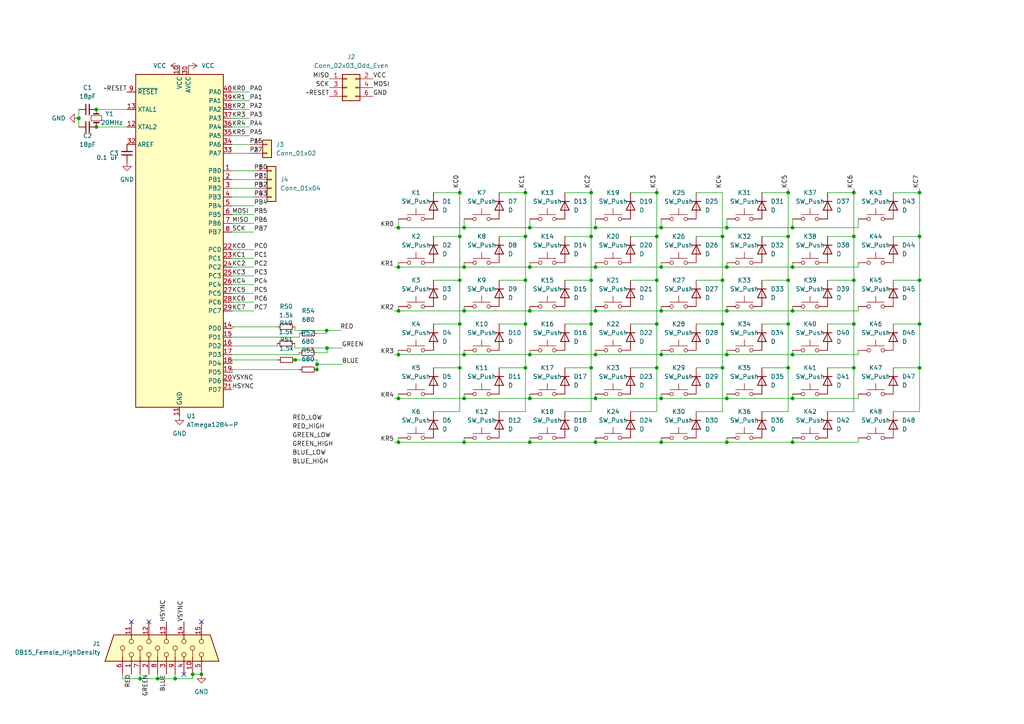
<source format=kicad_sch>
(kicad_sch (version 20211123) (generator eeschema)
  (paper "A4")
  (junction (at 247.65 106.68))
  (junction (at 229.87 90.17))
  (junction (at 22.86 34.29))
  (junction (at 210.82 115.57))
  (junction (at 210.82 128.27))
  (junction (at 152.4 93.98))
  (junction (at 171.45 106.68))
  (junction (at 228.6 81.28))
  (junction (at 152.4 68.58))
  (junction (at 228.6 55.88))
  (junction (at 229.87 66.04))
  (junction (at 91.948 105.664))
  (junction (at 266.7 81.28))
  (junction (at 191.77 66.04))
  (junction (at 172.72 66.04))
  (junction (at 209.55 81.28))
  (junction (at 133.35 55.88))
  (junction (at 115.57 90.17))
  (junction (at 94.8436 100.9396))
  (junction (at 209.55 106.68))
  (junction (at 247.65 68.58))
  (junction (at 115.57 77.47))
  (junction (at 172.72 102.87))
  (junction (at 228.6 93.98))
  (junction (at 171.45 93.98))
  (junction (at 210.82 90.17))
  (junction (at 171.45 81.28))
  (junction (at 134.62 90.17))
  (junction (at 152.4 55.88))
  (junction (at 247.65 55.88))
  (junction (at 266.7 93.98))
  (junction (at 134.62 102.87))
  (junction (at 85.6488 104.394))
  (junction (at 172.72 128.27))
  (junction (at 27.94 31.75))
  (junction (at 171.45 55.88))
  (junction (at 210.82 66.04))
  (junction (at 191.77 77.47))
  (junction (at 229.87 77.47))
  (junction (at 133.35 68.58))
  (junction (at 115.57 66.04))
  (junction (at 229.87 115.57))
  (junction (at 115.57 102.87))
  (junction (at 134.62 77.47))
  (junction (at 190.5 81.28))
  (junction (at 133.35 81.28))
  (junction (at 228.6 106.68))
  (junction (at 115.57 128.27))
  (junction (at 172.72 77.47))
  (junction (at 133.35 93.98))
  (junction (at 229.87 128.27))
  (junction (at 210.82 77.47))
  (junction (at 153.67 128.27))
  (junction (at 40.64 196.85))
  (junction (at 153.67 102.87))
  (junction (at 191.77 90.17))
  (junction (at 152.4 106.68))
  (junction (at 191.77 115.57))
  (junction (at 94.742 95.8596))
  (junction (at 55.88 195.58))
  (junction (at 45.72 196.85))
  (junction (at 266.7 68.58))
  (junction (at 153.67 66.04))
  (junction (at 153.67 115.57))
  (junction (at 190.5 106.68))
  (junction (at 191.77 102.87))
  (junction (at 229.87 102.87))
  (junction (at 266.7 55.88))
  (junction (at 153.67 90.17))
  (junction (at 190.5 55.88))
  (junction (at 133.35 106.68))
  (junction (at 228.6 68.58))
  (junction (at 247.65 81.28))
  (junction (at 191.77 128.27))
  (junction (at 171.45 68.58))
  (junction (at 266.7 106.68))
  (junction (at 153.67 77.47))
  (junction (at 134.62 66.04))
  (junction (at 172.72 90.17))
  (junction (at 247.65 93.98))
  (junction (at 190.5 93.98))
  (junction (at 115.57 115.57))
  (junction (at 27.94 36.83))
  (junction (at 134.62 128.27))
  (junction (at 210.82 102.87))
  (junction (at 58.42 195.58))
  (junction (at 172.72 115.57))
  (junction (at 209.55 93.98))
  (junction (at 190.5 68.58))
  (junction (at 50.8 196.85))
  (junction (at 134.62 115.57))
  (junction (at 91.8972 107.188))
  (junction (at 152.4 81.28))
  (junction (at 209.55 68.58))
  (no_connect (at 53.34 195.58))
  (no_connect (at 58.42 180.34))
  (no_connect (at 38.1 180.34))
  (no_connect (at 43.18 180.34))
  (wire (pts (xy 191.77 63.5) (xy 191.77 66.04)))
  (wire (pts (xy 191.77 127) (xy 191.77 128.27)))
  (wire (pts (xy 144.78 68.58) (xy 152.4 68.58)))
  (wire (pts (xy 163.83 93.98) (xy 171.45 93.98)))
  (wire (pts (xy 134.62 66.04) (xy 153.67 66.04)))
  (wire (pts (xy 228.6 55.88) (xy 228.6 68.58)))
  (wire (pts (xy 115.57 88.9) (xy 115.57 90.17)))
  (wire (pts (xy 171.45 68.58) (xy 171.45 81.28)))
  (wire (pts (xy 45.72 196.85) (xy 40.64 196.85)))
  (wire (pts (xy 209.55 55.88) (xy 209.55 68.58)))
  (wire (pts (xy 91.694 107.188) (xy 91.8972 107.188)))
  (wire (pts (xy 67.31 52.07) (xy 73.66 52.07)))
  (wire (pts (xy 191.77 114.3) (xy 191.77 115.57)))
  (wire (pts (xy 182.88 119.38) (xy 190.5 119.38)))
  (wire (pts (xy 240.03 106.68) (xy 247.65 106.68)))
  (wire (pts (xy 91.948 105.664) (xy 99.314 105.664)))
  (wire (pts (xy 228.6 54.61) (xy 228.6 55.88)))
  (wire (pts (xy 133.35 55.88) (xy 133.35 68.58)))
  (wire (pts (xy 210.82 128.27) (xy 229.87 128.27)))
  (wire (pts (xy 210.82 63.5) (xy 210.82 66.04)))
  (wire (pts (xy 229.87 76.2) (xy 229.87 77.47)))
  (wire (pts (xy 240.03 55.88) (xy 247.65 55.88)))
  (wire (pts (xy 190.5 93.98) (xy 190.5 106.68)))
  (wire (pts (xy 67.31 67.31) (xy 73.66 67.31)))
  (wire (pts (xy 67.31 107.188) (xy 67.31 107.95)))
  (wire (pts (xy 153.67 63.5) (xy 153.67 66.04)))
  (wire (pts (xy 91.948 105.664) (xy 91.948 107.188)))
  (wire (pts (xy 98.6536 95.7072) (xy 98.6536 95.8596)))
  (wire (pts (xy 134.62 128.27) (xy 153.67 128.27)))
  (wire (pts (xy 190.5 55.88) (xy 190.5 68.58)))
  (wire (pts (xy 229.87 128.27) (xy 248.92 128.27)))
  (wire (pts (xy 153.67 88.9) (xy 153.67 90.17)))
  (wire (pts (xy 240.03 68.58) (xy 247.65 68.58)))
  (wire (pts (xy 144.78 55.88) (xy 152.4 55.88)))
  (wire (pts (xy 191.77 66.04) (xy 210.82 66.04)))
  (wire (pts (xy 115.57 101.6) (xy 115.57 102.87)))
  (wire (pts (xy 80.5688 104.394) (xy 67.31 104.394)))
  (wire (pts (xy 191.77 102.87) (xy 210.82 102.87)))
  (wire (pts (xy 172.72 88.9) (xy 172.72 90.17)))
  (wire (pts (xy 125.73 81.28) (xy 133.35 81.28)))
  (wire (pts (xy 67.31 90.17) (xy 73.66 90.17)))
  (wire (pts (xy 153.67 102.87) (xy 172.72 102.87)))
  (wire (pts (xy 153.67 90.17) (xy 172.72 90.17)))
  (wire (pts (xy 67.31 54.61) (xy 73.66 54.61)))
  (wire (pts (xy 67.31 57.15) (xy 73.66 57.15)))
  (wire (pts (xy 266.7 81.28) (xy 266.7 93.98)))
  (wire (pts (xy 125.73 68.58) (xy 133.35 68.58)))
  (wire (pts (xy 153.67 114.3) (xy 153.67 115.57)))
  (wire (pts (xy 220.98 55.88) (xy 228.6 55.88)))
  (wire (pts (xy 171.45 93.98) (xy 171.45 106.68)))
  (wire (pts (xy 247.65 54.61) (xy 247.65 55.88)))
  (wire (pts (xy 67.31 36.83) (xy 72.39 36.83)))
  (wire (pts (xy 240.03 119.38) (xy 247.65 119.38)))
  (wire (pts (xy 248.92 88.9) (xy 248.92 90.17)))
  (wire (pts (xy 266.7 106.68) (xy 266.7 119.38)))
  (wire (pts (xy 133.35 106.68) (xy 133.35 119.38)))
  (wire (pts (xy 248.92 101.6) (xy 248.92 102.87)))
  (wire (pts (xy 80.4164 100.33) (xy 80.4164 99.6188)))
  (wire (pts (xy 229.87 127) (xy 229.87 128.27)))
  (wire (pts (xy 191.77 76.2) (xy 191.77 77.47)))
  (wire (pts (xy 229.87 90.17) (xy 248.92 90.17)))
  (wire (pts (xy 67.31 94.7928) (xy 67.31 95.25)))
  (wire (pts (xy 94.8436 100.9396) (xy 85.4964 100.9396)))
  (wire (pts (xy 259.08 106.68) (xy 266.7 106.68)))
  (wire (pts (xy 152.4 81.28) (xy 152.4 93.98)))
  (wire (pts (xy 172.72 102.87) (xy 191.77 102.87)))
  (wire (pts (xy 191.77 90.17) (xy 210.82 90.17)))
  (wire (pts (xy 153.67 66.04) (xy 172.72 66.04)))
  (wire (pts (xy 172.72 127) (xy 172.72 128.27)))
  (wire (pts (xy 163.83 55.88) (xy 171.45 55.88)))
  (wire (pts (xy 67.31 85.09) (xy 73.66 85.09)))
  (wire (pts (xy 67.31 41.91) (xy 72.39 41.91)))
  (wire (pts (xy 228.6 93.98) (xy 228.6 106.68)))
  (wire (pts (xy 67.31 62.23) (xy 73.66 62.23)))
  (wire (pts (xy 210.82 101.6) (xy 210.82 102.87)))
  (wire (pts (xy 266.7 93.98) (xy 266.7 106.68)))
  (wire (pts (xy 247.65 68.58) (xy 247.65 81.28)))
  (wire (pts (xy 67.31 100.33) (xy 80.4164 100.33)))
  (wire (pts (xy 134.62 88.9) (xy 134.62 90.17)))
  (wire (pts (xy 67.31 59.69) (xy 73.66 59.69)))
  (wire (pts (xy 134.62 115.57) (xy 153.67 115.57)))
  (wire (pts (xy 134.62 102.87) (xy 153.67 102.87)))
  (wire (pts (xy 114.3 90.17) (xy 115.57 90.17)))
  (wire (pts (xy 228.6 68.58) (xy 228.6 81.28)))
  (wire (pts (xy 80.4672 94.7928) (xy 67.31 94.7928)))
  (wire (pts (xy 134.62 77.47) (xy 153.67 77.47)))
  (wire (pts (xy 229.87 102.87) (xy 248.92 102.87)))
  (wire (pts (xy 134.62 127) (xy 134.62 128.27)))
  (wire (pts (xy 201.93 55.88) (xy 209.55 55.88)))
  (wire (pts (xy 210.82 77.47) (xy 229.87 77.47)))
  (wire (pts (xy 67.31 34.29) (xy 72.39 34.29)))
  (wire (pts (xy 67.31 31.75) (xy 72.39 31.75)))
  (wire (pts (xy 191.77 101.6) (xy 191.77 102.87)))
  (wire (pts (xy 144.78 93.98) (xy 152.4 93.98)))
  (wire (pts (xy 171.45 106.68) (xy 171.45 119.38)))
  (wire (pts (xy 266.7 68.58) (xy 266.7 81.28)))
  (wire (pts (xy 125.73 55.88) (xy 133.35 55.88)))
  (wire (pts (xy 163.83 119.38) (xy 171.45 119.38)))
  (wire (pts (xy 94.742 95.8596) (xy 85.5472 95.8596)))
  (wire (pts (xy 172.72 76.2) (xy 172.72 77.47)))
  (wire (pts (xy 94.8436 100.9396) (xy 94.8436 102.3112)))
  (wire (pts (xy 86.7664 102.87) (xy 86.7664 102.3112)))
  (wire (pts (xy 163.83 106.68) (xy 171.45 106.68)))
  (wire (pts (xy 58.42 195.58) (xy 55.88 195.58)))
  (wire (pts (xy 201.93 119.38) (xy 209.55 119.38)))
  (wire (pts (xy 191.77 77.47) (xy 210.82 77.47)))
  (wire (pts (xy 67.31 72.39) (xy 73.66 72.39)))
  (wire (pts (xy 67.31 87.63) (xy 73.66 87.63)))
  (wire (pts (xy 171.45 55.88) (xy 171.45 68.58)))
  (wire (pts (xy 182.88 55.88) (xy 190.5 55.88)))
  (wire (pts (xy 172.72 101.6) (xy 172.72 102.87)))
  (wire (pts (xy 172.72 63.5) (xy 172.72 66.04)))
  (wire (pts (xy 220.98 81.28) (xy 228.6 81.28)))
  (wire (pts (xy 144.78 106.68) (xy 152.4 106.68)))
  (wire (pts (xy 55.88 196.85) (xy 50.8 196.85)))
  (wire (pts (xy 114.3 115.57) (xy 115.57 115.57)))
  (wire (pts (xy 190.5 68.58) (xy 190.5 81.28)))
  (wire (pts (xy 40.64 195.58) (xy 40.64 196.85)))
  (wire (pts (xy 27.94 31.75) (xy 36.83 31.75)))
  (wire (pts (xy 248.92 76.2) (xy 248.92 77.47)))
  (wire (pts (xy 35.56 195.58) (xy 35.56 196.85)))
  (wire (pts (xy 144.78 81.28) (xy 152.4 81.28)))
  (wire (pts (xy 248.92 114.3) (xy 248.92 115.57)))
  (wire (pts (xy 91.8972 107.188) (xy 91.948 107.188)))
  (wire (pts (xy 259.08 119.38) (xy 266.7 119.38)))
  (wire (pts (xy 114.3 66.04) (xy 115.57 66.04)))
  (wire (pts (xy 163.83 68.58) (xy 171.45 68.58)))
  (wire (pts (xy 210.82 127) (xy 210.82 128.27)))
  (wire (pts (xy 115.57 90.17) (xy 134.62 90.17)))
  (wire (pts (xy 247.65 93.98) (xy 247.65 106.68)))
  (wire (pts (xy 153.67 128.27) (xy 172.72 128.27)))
  (wire (pts (xy 210.82 115.57) (xy 229.87 115.57)))
  (wire (pts (xy 134.62 101.6) (xy 134.62 102.87)))
  (wire (pts (xy 114.3 128.27) (xy 115.57 128.27)))
  (wire (pts (xy 67.31 49.53) (xy 73.66 49.53)))
  (wire (pts (xy 259.08 93.98) (xy 266.7 93.98)))
  (wire (pts (xy 22.86 34.29) (xy 22.86 36.83)))
  (wire (pts (xy 182.88 68.58) (xy 190.5 68.58)))
  (wire (pts (xy 209.55 81.28) (xy 209.55 93.98)))
  (wire (pts (xy 67.31 97.79) (xy 86.868 97.79)))
  (wire (pts (xy 210.82 88.9) (xy 210.82 90.17)))
  (wire (pts (xy 85.4964 100.9396) (xy 85.4964 99.6188)))
  (wire (pts (xy 247.65 106.68) (xy 247.65 119.38)))
  (wire (pts (xy 247.65 81.28) (xy 247.65 93.98)))
  (wire (pts (xy 115.57 128.27) (xy 134.62 128.27)))
  (wire (pts (xy 133.35 54.61) (xy 133.35 55.88)))
  (wire (pts (xy 163.83 81.28) (xy 171.45 81.28)))
  (wire (pts (xy 210.82 76.2) (xy 210.82 77.47)))
  (wire (pts (xy 153.67 76.2) (xy 153.67 77.47)))
  (wire (pts (xy 190.5 54.61) (xy 190.5 55.88)))
  (wire (pts (xy 153.67 101.6) (xy 153.67 102.87)))
  (wire (pts (xy 94.742 96.6724) (xy 94.742 95.8596)))
  (wire (pts (xy 191.77 115.57) (xy 210.82 115.57)))
  (wire (pts (xy 152.4 106.68) (xy 152.4 119.38)))
  (wire (pts (xy 40.64 196.85) (xy 35.56 196.85)))
  (wire (pts (xy 133.35 68.58) (xy 133.35 81.28)))
  (wire (pts (xy 228.6 106.68) (xy 228.6 119.38)))
  (wire (pts (xy 115.57 77.47) (xy 134.62 77.47)))
  (wire (pts (xy 229.87 88.9) (xy 229.87 90.17)))
  (wire (pts (xy 125.73 119.38) (xy 133.35 119.38)))
  (wire (pts (xy 153.67 127) (xy 153.67 128.27)))
  (wire (pts (xy 153.67 77.47) (xy 172.72 77.47)))
  (wire (pts (xy 86.868 97.79) (xy 86.868 96.6724)))
  (wire (pts (xy 134.62 63.5) (xy 134.62 66.04)))
  (wire (pts (xy 229.87 63.5) (xy 229.87 66.04)))
  (wire (pts (xy 229.87 101.6) (xy 229.87 102.87)))
  (wire (pts (xy 210.82 90.17) (xy 229.87 90.17)))
  (wire (pts (xy 114.3 102.87) (xy 115.57 102.87)))
  (wire (pts (xy 152.4 68.58) (xy 152.4 81.28)))
  (wire (pts (xy 229.87 115.57) (xy 248.92 115.57)))
  (wire (pts (xy 190.5 81.28) (xy 190.5 93.98)))
  (wire (pts (xy 85.6488 104.394) (xy 91.948 104.394)))
  (wire (pts (xy 259.08 55.88) (xy 266.7 55.88)))
  (wire (pts (xy 115.57 102.87) (xy 134.62 102.87)))
  (wire (pts (xy 134.62 114.3) (xy 134.62 115.57)))
  (wire (pts (xy 67.31 64.77) (xy 73.66 64.77)))
  (wire (pts (xy 50.8 196.85) (xy 45.72 196.85)))
  (wire (pts (xy 133.35 93.98) (xy 133.35 106.68)))
  (wire (pts (xy 152.4 93.98) (xy 152.4 106.68)))
  (wire (pts (xy 55.88 195.58) (xy 55.88 196.85)))
  (wire (pts (xy 201.93 106.68) (xy 209.55 106.68)))
  (wire (pts (xy 248.92 127) (xy 248.92 128.27)))
  (wire (pts (xy 152.4 54.61) (xy 152.4 55.88)))
  (wire (pts (xy 172.72 77.47) (xy 191.77 77.47)))
  (wire (pts (xy 152.4 55.88) (xy 152.4 68.58)))
  (wire (pts (xy 67.31 104.394) (xy 67.31 105.41)))
  (wire (pts (xy 240.03 93.98) (xy 247.65 93.98)))
  (wire (pts (xy 115.57 127) (xy 115.57 128.27)))
  (wire (pts (xy 86.8172 107.188) (xy 67.31 107.188)))
  (wire (pts (xy 67.31 82.55) (xy 73.66 82.55)))
  (wire (pts (xy 209.55 93.98) (xy 209.55 106.68)))
  (wire (pts (xy 67.31 26.67) (xy 72.39 26.67)))
  (wire (pts (xy 67.31 39.37) (xy 72.39 39.37)))
  (wire (pts (xy 209.55 106.68) (xy 209.55 119.38)))
  (wire (pts (xy 94.8436 102.3112) (xy 91.8464 102.3112)))
  (wire (pts (xy 190.5 106.68) (xy 190.5 119.38)))
  (wire (pts (xy 67.31 74.93) (xy 73.66 74.93)))
  (wire (pts (xy 171.45 81.28) (xy 171.45 93.98)))
  (wire (pts (xy 182.88 106.68) (xy 190.5 106.68)))
  (wire (pts (xy 259.08 68.58) (xy 266.7 68.58)))
  (wire (pts (xy 134.62 76.2) (xy 134.62 77.47)))
  (wire (pts (xy 115.57 114.3) (xy 115.57 115.57)))
  (wire (pts (xy 172.72 114.3) (xy 172.72 115.57)))
  (wire (pts (xy 182.88 81.28) (xy 190.5 81.28)))
  (wire (pts (xy 94.742 95.8596) (xy 98.6536 95.8596)))
  (wire (pts (xy 172.72 115.57) (xy 191.77 115.57)))
  (wire (pts (xy 201.93 81.28) (xy 209.55 81.28)))
  (wire (pts (xy 201.93 93.98) (xy 209.55 93.98)))
  (wire (pts (xy 22.86 31.75) (xy 22.86 34.29)))
  (wire (pts (xy 67.31 44.45) (xy 72.39 44.45)))
  (wire (pts (xy 172.72 66.04) (xy 191.77 66.04)))
  (wire (pts (xy 259.08 81.28) (xy 266.7 81.28)))
  (wire (pts (xy 153.67 115.57) (xy 172.72 115.57)))
  (wire (pts (xy 229.87 114.3) (xy 229.87 115.57)))
  (wire (pts (xy 266.7 54.61) (xy 266.7 55.88)))
  (wire (pts (xy 220.98 93.98) (xy 228.6 93.98)))
  (wire (pts (xy 220.98 106.68) (xy 228.6 106.68)))
  (wire (pts (xy 229.87 77.47) (xy 248.92 77.47)))
  (wire (pts (xy 115.57 63.5) (xy 115.57 66.04)))
  (wire (pts (xy 228.6 81.28) (xy 228.6 93.98)))
  (wire (pts (xy 67.31 102.87) (xy 86.7664 102.87)))
  (wire (pts (xy 220.98 119.38) (xy 228.6 119.38)))
  (wire (pts (xy 85.598 104.394) (xy 85.6488 104.394)))
  (wire (pts (xy 247.65 55.88) (xy 247.65 68.58)))
  (wire (pts (xy 209.55 68.58) (xy 209.55 81.28)))
  (wire (pts (xy 85.5472 95.8596) (xy 85.5472 94.7928)))
  (wire (pts (xy 67.31 77.47) (xy 73.66 77.47)))
  (wire (pts (xy 91.948 104.394) (xy 91.948 105.664)))
  (wire (pts (xy 191.77 128.27) (xy 210.82 128.27)))
  (wire (pts (xy 67.31 29.21) (xy 72.39 29.21)))
  (wire (pts (xy 229.87 66.04) (xy 248.92 66.04)))
  (wire (pts (xy 210.82 102.87) (xy 229.87 102.87)))
  (wire (pts (xy 134.62 90.17) (xy 153.67 90.17)))
  (wire (pts (xy 144.78 119.38) (xy 152.4 119.38)))
  (wire (pts (xy 50.8 195.58) (xy 50.8 196.85)))
  (wire (pts (xy 172.72 90.17) (xy 191.77 90.17)))
  (wire (pts (xy 45.72 195.58) (xy 45.72 196.85)))
  (wire (pts (xy 201.93 68.58) (xy 209.55 68.58)))
  (wire (pts (xy 99.1108 100.8888) (xy 99.1108 100.9396)))
  (wire (pts (xy 240.03 81.28) (xy 247.65 81.28)))
  (wire (pts (xy 114.3 77.47) (xy 115.57 77.47)))
  (wire (pts (xy 248.92 63.5) (xy 248.92 66.04)))
  (wire (pts (xy 125.73 106.68) (xy 133.35 106.68)))
  (wire (pts (xy 94.8436 100.9396) (xy 99.1108 100.9396)))
  (wire (pts (xy 115.57 76.2) (xy 115.57 77.47)))
  (wire (pts (xy 220.98 68.58) (xy 228.6 68.58)))
  (wire (pts (xy 125.73 93.98) (xy 133.35 93.98)))
  (wire (pts (xy 210.82 66.04) (xy 229.87 66.04)))
  (wire (pts (xy 91.948 96.6724) (xy 94.742 96.6724)))
  (wire (pts (xy 115.57 115.57) (xy 134.62 115.57)))
  (wire (pts (xy 115.57 66.04) (xy 134.62 66.04)))
  (wire (pts (xy 266.7 55.88) (xy 266.7 68.58)))
  (wire (pts (xy 27.94 36.83) (xy 36.83 36.83)))
  (wire (pts (xy 191.77 88.9) (xy 191.77 90.17)))
  (wire (pts (xy 172.72 128.27) (xy 191.77 128.27)))
  (wire (pts (xy 133.35 81.28) (xy 133.35 93.98)))
  (wire (pts (xy 210.82 114.3) (xy 210.82 115.57)))
  (wire (pts (xy 67.31 80.01) (xy 73.66 80.01)))
  (wire (pts (xy 171.45 54.61) (xy 171.45 55.88)))
  (wire (pts (xy 182.88 93.98) (xy 190.5 93.98)))
  (label "GREEN_HIGH" (at 84.7852 129.7432 0))
  (label "PB0" (at 50.8 -68.58 180))
  (label "KC1" (at 152.4 54.61 90))
  (label "KC2" (at 67.31 77.47 0))
  (label "HSYNC" (at 48.26 180.34 90))
  (label "PB6" (at 96.52 -68.58 180))
  (label "VSYNC" (at 67.31 110.49 0))
  (label "HSYNC" (at 104.14 -43.18 270))
  (label "KR2" (at 114.3 90.17 180))
  (label "PC4" (at 81.28 -55.88 180))
  (label "PC5" (at 88.9 -55.88 180))
  (label "RED_LOW" (at 50.8 -43.18 270))
  (label "~RESET" (at 95.504 27.94 180))
  (label "PA6" (at 72.39 41.91 0))
  (label "PA4" (at 72.39 36.83 0))
  (label "PB3" (at 73.66 57.15 0))
  (label "KR3" (at 114.3 102.87 180))
  (label "PD7_R" (at 104.14 -50.8 180))
  (label "RED_HIGH" (at 58.42 -43.18 270))
  (label "GREEN_LOW" (at 84.7852 127.2032 0))
  (label "PA7" (at 72.39 44.45 0))
  (label "PC0" (at 50.8 -55.88 180))
  (label "PB2" (at 73.66 54.61 0))
  (label "GREEN_LOW" (at 66.04 -43.18 270))
  (label "BLUE" (at 48.26 195.58 270))
  (label "PC4" (at 73.66 82.55 0))
  (label "BLUE_LOW" (at 81.28 -43.18 270))
  (label "PA2" (at 72.39 31.75 0))
  (label "PC6" (at 96.52 -55.88 180))
  (label "KC1" (at 67.31 74.93 0))
  (label "BLUE_LOW" (at 84.7852 132.2832 0))
  (label "PD5_R" (at 88.9 -50.8 180))
  (label "PD1_R" (at 137.16 -45.72 270))
  (label "PD5_R" (at 182.88 -45.72 270))
  (label "PB5" (at 88.9 -68.58 180))
  (label "MISO" (at 67.31 64.77 0))
  (label "~RESET" (at 36.83 26.67 180))
  (label "BLUE_HIGH" (at 88.9 -43.18 270))
  (label "MOSI" (at 67.31 62.23 0))
  (label "PD6_R" (at 194.31 -45.72 270))
  (label "PB7" (at 73.66 67.31 0))
  (label "KR0" (at 67.31 26.67 0))
  (label "PB7" (at 104.14 -68.58 180))
  (label "PB2" (at 66.04 -68.58 180))
  (label "KC6" (at 67.31 87.63 0))
  (label "KC7" (at 67.31 90.17 0))
  (label "PC6" (at 73.66 87.63 0))
  (label "KC3" (at 67.31 80.01 0))
  (label "PD6_R" (at 96.52 -50.8 180))
  (label "RED_HIGH" (at 84.7852 124.6632 0))
  (label "PD4_R" (at 81.28 -50.8 180))
  (label "RED_LOW" (at 84.7852 122.1232 0))
  (label "KR0" (at 114.3 66.04 180))
  (label "KC4" (at 209.55 54.61 90))
  (label "PC3" (at 73.66 -55.88 180))
  (label "PB6" (at 73.66 64.77 0))
  (label "KR5" (at 114.3 128.27 180))
  (label "RED" (at 38.1 195.58 270))
  (label "SCK" (at 95.504 25.4 180))
  (label "PD0_R" (at 50.8 -50.8 180))
  (label "PB4" (at 81.28 -68.58 180))
  (label "GREEN" (at 43.18 195.58 270))
  (label "GREEN" (at 99.1108 100.8888 0))
  (label "RED" (at 98.6536 95.7072 0))
  (label "PC0" (at 73.66 72.39 0))
  (label "KR4" (at 67.31 36.83 0))
  (label "GREEN_HIGH" (at 73.66 -43.18 270))
  (label "PA0" (at 72.39 26.67 0))
  (label "KR5" (at 67.31 39.37 0))
  (label "KC0" (at 67.31 72.39 0))
  (label "PC5" (at 73.66 85.09 0))
  (label "KC5" (at 67.31 85.09 0))
  (label "VSYNC" (at 53.34 180.34 90))
  (label "KC4" (at 67.31 82.55 0))
  (label "PC2" (at 66.04 -55.88 180))
  (label "PD2_R" (at 66.04 -50.8 180))
  (label "KC5" (at 228.6 54.61 90))
  (label "SCK" (at 67.31 67.31 0))
  (label "PC2" (at 73.66 77.47 0))
  (label "PB1" (at 73.66 52.07 0))
  (label "PC7" (at 104.14 -55.88 180))
  (label "BLUE" (at 99.1616 105.664 0))
  (label "VCC" (at 108.204 22.86 0))
  (label "PD2_R" (at 148.59 -45.72 270))
  (label "VSYNC" (at 96.52 -43.18 270))
  (label "PD3_R" (at 160.02 -45.72 270))
  (label "PB3" (at 73.66 -68.58 180))
  (label "PC3" (at 73.66 80.01 0))
  (label "PC1" (at 73.66 74.93 0))
  (label "KR1" (at 114.3 77.47 180))
  (label "PD7_R" (at 205.74 -45.72 270))
  (label "KR4" (at 114.3 115.57 180))
  (label "PD0_R" (at 125.73 -45.72 270))
  (label "KR1" (at 67.31 29.21 0))
  (label "KC2" (at 171.45 54.61 90))
  (label "KC0" (at 133.35 54.61 90))
  (label "PA1" (at 72.39 29.21 0))
  (label "PC7" (at 73.66 90.17 0))
  (label "PC1" (at 58.42 -55.88 180))
  (label "MOSI" (at 108.204 25.4 0))
  (label "KR2" (at 67.31 31.75 0))
  (label "BLUE_HIGH" (at 84.7852 134.8232 0))
  (label "PB0" (at 73.66 49.53 0))
  (label "PD1_R" (at 58.42 -50.8 180))
  (label "PA5" (at 72.39 39.37 0))
  (label "PB5" (at 73.66 62.23 0))
  (label "HSYNC" (at 67.31 113.03 0))
  (label "MISO" (at 95.504 22.86 180))
  (label "PA3" (at 72.39 34.29 0))
  (label "KC7" (at 266.7 54.61 90))
  (label "GND" (at 108.204 27.94 0))
  (label "PB1" (at 58.42 -68.58 180))
  (label "PD3_R" (at 73.66 -50.8 180))
  (label "PB4" (at 73.66 59.69 0))
  (label "KC6" (at 247.65 54.61 90))
  (label "PD4_R" (at 171.45 -45.72 270))
  (label "KC3" (at 190.5 54.61 90))
  (label "KR3" (at 67.31 34.29 0))
  (symbol (lib_id "power:GND") (at 171.45 -50.8 270) (unit 1)
    (property "Reference" "#PWR0108" (effects hide))
    (property "Value" "GND" (at 167.64 -50.8001 90) (effects (justify right)))
  )
  (symbol (lib_id "Device:R_Small") (at 205.74 -60.96 0) (unit 1)
    (property "Reference" "R47" (at 208.28 -62.2301 0) (effects (justify left)))
    (property "Value" "R_Small" (at 208.28 -59.6901 0) (effects (justify left)))
  )
  (symbol (lib_id "Device:R_Small") (at 89.3572 107.188 270) (unit 1)
    (property "Reference" "R53" (at 89.3572 101.6 90))
    (property "Value" "680" (at 89.3572 104.14 90))
    (property "Footprint" "Resistor_THT:R_Axial_DIN0204_L3.6mm_D1.6mm_P5.08mm_Horizontal" (effects hide))
  )
  (symbol (lib_id "Switch:SW_Push") (at 234.95 88.9 0) (unit 1)
    (property "Reference" "K39" (at 234.95 81.28 0))
    (property "Value" "SW_Push" (at 234.95 83.82 0))
    (property "Footprint" "Button_Switch_Keyboard:SW_Cherry_MX_1.00u_PCB" (effects hide))
  )
  (symbol (lib_id "Device:LED") (at 81.28 -59.69 270) (unit 1)
    (property "Reference" "D77" (at 83.82 -62.5476 90) (effects (justify left)))
    (property "Value" "LED" (at 83.82 -60.0076 90) (effects (justify left)))
  )
  (symbol (lib_id "Device:D") (at 240.03 97.79 270) (unit 1)
    (property "Reference" "D40" (at 242.57 96.5199 90) (effects (justify left)))
    (property "Value" "D" (at 242.57 99.0599 90) (effects (justify left)))
    (property "Footprint" "Diode_THT:D_DO-41_SOD81_P7.62mm_Horizontal" (effects hide))
  )
  (symbol (lib_id "Device:D") (at 125.73 123.19 270) (unit 1)
    (property "Reference" "D6" (at 128.27 121.9199 90) (effects (justify left)))
    (property "Value" "D" (at 128.27 124.4599 90) (effects (justify left)))
    (property "Footprint" "Diode_THT:D_DO-41_SOD81_P7.62mm_Horizontal" (effects hide))
  )
  (symbol (lib_id "Device:LED") (at 66.04 -72.39 270) (unit 1)
    (property "Reference" "D64" (at 68.58 -75.2476 90) (effects (justify left)))
    (property "Value" "LED" (at 68.58 -72.7076 90) (effects (justify left)))
  )
  (symbol (lib_id "Device:R_Small") (at 182.88 -60.96 0) (unit 1)
    (property "Reference" "R35" (at 185.42 -62.2301 0) (effects (justify left)))
    (property "Value" "R_Small" (at 185.42 -59.6901 0) (effects (justify left)))
  )
  (symbol (lib_id "Device:R_Small") (at 194.31 -109.22 0) (unit 1)
    (property "Reference" "R38" (at 196.85 -110.4901 0) (effects (justify left)))
    (property "Value" "R_Small" (at 196.85 -107.9501 0) (effects (justify left)))
  )
  (symbol (lib_id "Device:LED") (at 104.14 -72.39 270) (unit 1)
    (property "Reference" "D94" (at 106.68 -75.2476 90) (effects (justify left)))
    (property "Value" "LED" (at 106.68 -72.7076 90) (effects (justify left)))
  )
  (symbol (lib_id "Device:R_Small") (at 89.3064 102.3112 270) (unit 1)
    (property "Reference" "R52" (at 89.3064 96.52 90))
    (property "Value" "680" (at 89.3064 99.06 90))
    (property "Footprint" "Resistor_THT:R_Axial_DIN0204_L3.6mm_D1.6mm_P5.08mm_Horizontal" (effects hide))
  )
  (symbol (lib_id "Switch:SW_Push") (at 215.9 88.9 0) (unit 1)
    (property "Reference" "K33" (at 215.9 81.28 0))
    (property "Value" "SW_Push" (at 215.9 83.82 0))
    (property "Footprint" "Button_Switch_Keyboard:SW_Cherry_MX_1.00u_PCB" (effects hide))
  )
  (symbol (lib_id "Device:LED") (at 58.42 -46.99 270) (unit 1)
    (property "Reference" "D60" (at 60.96 -49.8476 90) (effects (justify left)))
    (property "Value" "PD1" (at 60.96 -47.3076 90) (effects (justify left)))
  )
  (symbol (lib_id "Device:D") (at 259.08 97.79 270) (unit 1)
    (property "Reference" "D46" (at 261.62 96.5199 90) (effects (justify left)))
    (property "Value" "D" (at 261.62 99.0599 90) (effects (justify left)))
    (property "Footprint" "Diode_THT:D_DO-41_SOD81_P7.62mm_Horizontal" (effects hide))
  )
  (symbol (lib_id "Device:D") (at 144.78 85.09 270) (unit 1)
    (property "Reference" "D9" (at 147.32 83.8199 90) (effects (justify left)))
    (property "Value" "D" (at 147.32 86.3599 90) (effects (justify left)))
    (property "Footprint" "Diode_THT:D_DO-41_SOD81_P7.62mm_Horizontal" (effects hide))
  )
  (symbol (lib_id "Switch:SW_Push") (at 215.9 63.5 0) (unit 1)
    (property "Reference" "K31" (at 215.9 55.88 0))
    (property "Value" "SW_Push" (at 215.9 58.42 0))
    (property "Footprint" "Button_Switch_Keyboard:SW_Cherry_MX_1.00u_PCB" (effects hide))
  )
  (symbol (lib_id "power:GND") (at 36.83 46.99 0) (unit 1)
    (property "Reference" "#PWR0105" (effects hide))
    (property "Value" "GND" (at 36.83 52.07 0))
  )
  (symbol (lib_id "Device:D") (at 240.03 85.09 270) (unit 1)
    (property "Reference" "D39" (at 242.57 83.8199 90) (effects (justify left)))
    (property "Value" "D" (at 242.57 86.3599 90) (effects (justify left)))
    (property "Footprint" "Diode_THT:D_DO-41_SOD81_P7.62mm_Horizontal" (effects hide))
  )
  (symbol (lib_id "Switch:SW_Push") (at 120.65 76.2 0) (unit 1)
    (property "Reference" "K2" (at 120.65 68.58 0))
    (property "Value" "SW_Push" (at 120.65 71.12 0))
    (property "Footprint" "Button_Switch_Keyboard:SW_Cherry_MX_1.00u_PCB" (effects hide))
  )
  (symbol (lib_id "Device:R_Small") (at 136.9094 -96.3519 0) (unit 1)
    (property "Reference" "R7" (at 139.4494 -97.622 0) (effects (justify left)))
    (property "Value" "R_Small" (at 139.4494 -95.082 0) (effects (justify left)))
  )
  (symbol (lib_id "Device:C_Small") (at 25.4 36.83 90) (unit 1)
    (property "Reference" "C2" (at 25.4 39.37 90))
    (property "Value" "18pF" (at 25.4 41.91 90))
    (property "Footprint" "Capacitor_THT:C_Axial_L3.8mm_D2.6mm_P7.50mm_Horizontal" (effects hide))
  )
  (symbol (lib_id "Device:R_Small") (at 182.88 -109.22 0) (unit 1)
    (property "Reference" "R32" (at 185.42 -110.4901 0) (effects (justify left)))
    (property "Value" "R_Small" (at 185.42 -107.9501 0) (effects (justify left)))
  )
  (symbol (lib_id "Device:LED") (at 50.8 -59.69 270) (unit 1)
    (property "Reference" "D53" (at 53.34 -62.5476 90) (effects (justify left)))
    (property "Value" "LED" (at 53.34 -60.0076 90) (effects (justify left)))
  )
  (symbol (lib_id "Device:LED") (at 104.14 -109.22 270) (unit 1)
    (property "Reference" "D91" (at 106.68 -112.0776 90) (effects (justify left)))
    (property "Value" "LED" (at 106.68 -109.5376 90) (effects (justify left)))
  )
  (symbol (lib_id "Device:R_Small") (at 160.02 -73.66 0) (unit 1)
    (property "Reference" "R22" (at 162.56 -74.9301 0) (effects (justify left)))
    (property "Value" "R_Small" (at 162.56 -72.3901 0) (effects (justify left)))
  )
  (symbol (lib_id "Device:R_Small") (at 194.0594 -96.3519 0) (unit 1)
    (property "Reference" "R37" (at 196.5994 -97.622 0) (effects (justify left)))
    (property "Value" "R_Small" (at 196.5994 -95.082 0) (effects (justify left)))
  )
  (symbol (lib_id "Device:R_Small") (at 148.59 -86.36 0) (unit 1)
    (property "Reference" "R15" (at 151.13 -87.6301 0) (effects (justify left)))
    (property "Value" "R_Small" (at 151.13 -85.0901 0) (effects (justify left)))
  )
  (symbol (lib_id "Device:D") (at 259.08 72.39 270) (unit 1)
    (property "Reference" "D44" (at 261.62 71.1199 90) (effects (justify left)))
    (property "Value" "D" (at 261.62 73.6599 90) (effects (justify left)))
    (property "Footprint" "Diode_THT:D_DO-41_SOD81_P7.62mm_Horizontal" (effects hide))
  )
  (symbol (lib_id "Switch:SW_Push") (at 254 63.5 0) (unit 1)
    (property "Reference" "K43" (at 254 55.88 0))
    (property "Value" "SW_Push" (at 254 58.42 0))
    (property "Footprint" "Button_Switch_Keyboard:SW_Cherry_MX_1.00u_PCB" (effects hide))
  )
  (symbol (lib_id "Device:D") (at 259.08 110.49 270) (unit 1)
    (property "Reference" "D47" (at 261.62 109.2199 90) (effects (justify left)))
    (property "Value" "D" (at 261.62 111.7599 90) (effects (justify left)))
    (property "Footprint" "Diode_THT:D_DO-41_SOD81_P7.62mm_Horizontal" (effects hide))
  )
  (symbol (lib_id "Switch:SW_Push") (at 234.95 101.6 0) (unit 1)
    (property "Reference" "K40" (at 234.95 93.98 0))
    (property "Value" "SW_Push" (at 234.95 96.52 0))
    (property "Footprint" "Button_Switch_Keyboard:SW_Cherry_MX_1.00u_PCB" (effects hide))
  )
  (symbol (lib_id "Switch:SW_Push") (at 177.8 127 0) (unit 1)
    (property "Reference" "K24" (at 177.8 119.38 0))
    (property "Value" "SW_Push" (at 177.8 121.92 0))
    (property "Footprint" "Button_Switch_Keyboard:SW_Cherry_MX_1.00u_PCB" (effects hide))
  )
  (symbol (lib_id "Switch:SW_Push") (at 234.95 63.5 0) (unit 1)
    (property "Reference" "K37" (at 234.95 55.88 0))
    (property "Value" "SW_Push" (at 234.95 58.42 0))
    (property "Footprint" "Button_Switch_Keyboard:SW_Cherry_MX_1.00u_PCB" (effects hide))
  )
  (symbol (lib_id "Device:R_Small") (at 205.74 -73.66 0) (unit 1)
    (property "Reference" "R46" (at 208.28 -74.9301 0) (effects (justify left)))
    (property "Value" "R_Small" (at 208.28 -72.3901 0) (effects (justify left)))
  )
  (symbol (lib_id "Switch:SW_Push") (at 196.85 127 0) (unit 1)
    (property "Reference" "K30" (at 196.85 119.38 0))
    (property "Value" "SW_Push" (at 196.85 121.92 0))
    (property "Footprint" "Button_Switch_Keyboard:SW_Cherry_MX_1.00u_PCB" (effects hide))
  )
  (symbol (lib_id "Device:D") (at 201.93 110.49 270) (unit 1)
    (property "Reference" "D29" (at 204.47 109.2199 90) (effects (justify left)))
    (property "Value" "D" (at 204.47 111.7599 90) (effects (justify left)))
    (property "Footprint" "Diode_THT:D_DO-41_SOD81_P7.62mm_Horizontal" (effects hide))
  )
  (symbol (lib_id "MCU_Microchip_ATmega:ATmega1284-P") (at 52.07 69.85 0) (unit 1)
    (property "Reference" "U1" (at 54.0894 120.65 0) (effects (justify left)))
    (property "Value" "ATmega1284-P" (at 54.0894 123.19 0) (effects (justify left)))
    (property "Footprint" "Package_DIP:DIP-40_W15.24mm_Socket" (effects hide))
    (property "Datasheet" "http://ww1.microchip.com/downloads/en/DeviceDoc/Atmel-8272-8-bit-AVR-microcontroller-ATmega164A_PA-324A_PA-644A_PA-1284_P_datasheet.pdf" (effects hide))
  )
  (symbol (lib_id "Device:LED") (at 73.66 -72.39 270) (unit 1)
    (property "Reference" "D70" (at 76.2 -75.2476 90) (effects (justify left)))
    (property "Value" "LED" (at 76.2 -72.7076 90) (effects (justify left)))
  )
  (symbol (lib_id "Device:R_Small") (at 125.73 -109.22 0) (unit 1)
    (property "Reference" "R2" (at 128.27 -110.4901 0) (effects (justify left)))
    (property "Value" "R_Small" (at 128.27 -107.9501 0) (effects (justify left)))
  )
  (symbol (lib_id "Device:D") (at 201.93 123.19 270) (unit 1)
    (property "Reference" "D30" (at 204.47 121.9199 90) (effects (justify left)))
    (property "Value" "D" (at 204.47 124.4599 90) (effects (justify left)))
    (property "Footprint" "Diode_THT:D_DO-41_SOD81_P7.62mm_Horizontal" (effects hide))
  )
  (symbol (lib_id "Device:LED") (at 66.04 -59.69 270) (unit 1)
    (property "Reference" "D65" (at 68.58 -62.5476 90) (effects (justify left)))
    (property "Value" "LED" (at 68.58 -60.0076 90) (effects (justify left)))
  )
  (symbol (lib_id "power:GND") (at 137.16 -50.8 270) (unit 1)
    (property "Reference" "#PWR0111" (effects hide))
    (property "Value" "GND" (at 133.35 -50.8001 90) (effects (justify right)))
  )
  (symbol (lib_id "Device:R_Small") (at 137.16 -60.96 0) (unit 1)
    (property "Reference" "R11" (at 139.7 -62.2301 0) (effects (justify left)))
    (property "Value" "R_Small" (at 139.7 -59.6901 0) (effects (justify left)))
  )
  (symbol (lib_id "Device:D") (at 240.03 59.69 270) (unit 1)
    (property "Reference" "D37" (at 242.57 58.4199 90) (effects (justify left)))
    (property "Value" "D" (at 242.57 60.9599 90) (effects (justify left)))
    (property "Footprint" "Diode_THT:D_DO-41_SOD81_P7.62mm_Horizontal" (effects hide))
  )
  (symbol (lib_id "Device:LED") (at 66.04 -109.22 270) (unit 1)
    (property "Reference" "D61" (at 68.58 -112.0776 90) (effects (justify left)))
    (property "Value" "LED" (at 68.58 -109.5376 90) (effects (justify left)))
  )
  (symbol (lib_id "Switch:SW_Push") (at 196.85 63.5 0) (unit 1)
    (property "Reference" "K25" (at 196.85 55.88 0))
    (property "Value" "SW_Push" (at 196.85 58.42 0))
    (property "Footprint" "Button_Switch_Keyboard:SW_Cherry_MX_1.00u_PCB" (effects hide))
  )
  (symbol (lib_id "Connector:DB15_Female_HighDensity") (at 48.26 187.96 90) (unit 1)
    (property "Reference" "J1" (at 29.21 186.6899 90) (effects (justify left)))
    (property "Value" "DB15_Female_HighDensity" (at 29.21 189.2299 90) (effects (justify left)))
    (property "Footprint" "Connector_Dsub:DSUB-15_Female_EdgeMount_P2.77mm" (effects hide))
    (property "Datasheet" " ~" (effects hide))
  )
  (symbol (lib_id "Switch:SW_Push") (at 120.65 101.6 0) (unit 1)
    (property "Reference" "K4" (at 120.65 93.98 0))
    (property "Value" "SW_Push" (at 120.65 96.52 0))
    (property "Footprint" "Button_Switch_Keyboard:SW_Cherry_MX_1.00u_PCB" (effects hide))
  )
  (symbol (lib_id "Switch:SW_Push") (at 120.65 63.5 0) (unit 1)
    (property "Reference" "K1" (at 120.65 55.88 0))
    (property "Value" "SW_Push" (at 120.65 58.42 0))
    (property "Footprint" "Button_Switch_Keyboard:SW_Cherry_MX_1.00u_PCB" (effects hide))
  )
  (symbol (lib_id "Device:D") (at 220.98 72.39 270) (unit 1)
    (property "Reference" "D32" (at 223.52 71.1199 90) (effects (justify left)))
    (property "Value" "D" (at 223.52 73.6599 90) (effects (justify left)))
    (property "Footprint" "Diode_THT:D_DO-41_SOD81_P7.62mm_Horizontal" (effects hide))
  )
  (symbol (lib_id "Device:LED") (at 104.14 -46.99 270) (unit 1)
    (property "Reference" "D96" (at 106.68 -49.8476 90) (effects (justify left)))
    (property "Value" "PD7" (at 106.68 -47.3076 90) (effects (justify left)))
  )
  (symbol (lib_id "power:GND") (at 52.07 120.65 0) (unit 1)
    (property "Reference" "#PWR0101" (effects hide))
    (property "Value" "GND" (at 52.07 125.73 0))
  )
  (symbol (lib_id "power:GND") (at 148.59 -50.8 270) (unit 1)
    (property "Reference" "#PWR0110" (effects hide))
    (property "Value" "GND" (at 144.78 -50.8001 90) (effects (justify right)))
  )
  (symbol (lib_id "power:VCC") (at 52.07 19.05 90) (unit 1)
    (property "Reference" "#PWR0102" (effects hide))
    (property "Value" "VCC" (at 48.26 19.0499 90) (effects (justify left)))
  )
  (symbol (lib_id "Device:D") (at 144.78 110.49 270) (unit 1)
    (property "Reference" "D11" (at 147.32 109.2199 90) (effects (justify left)))
    (property "Value" "D" (at 147.32 111.7599 90) (effects (justify left)))
    (property "Footprint" "Diode_THT:D_DO-41_SOD81_P7.62mm_Horizontal" (effects hide))
  )
  (symbol (lib_id "Switch:SW_Push") (at 120.65 114.3 0) (unit 1)
    (property "Reference" "K5" (at 120.65 106.68 0))
    (property "Value" "SW_Push" (at 120.65 109.22 0))
    (property "Footprint" "Button_Switch_Keyboard:SW_Cherry_MX_1.00u_PCB" (effects hide))
  )
  (symbol (lib_id "Device:R_Small") (at 171.45 -48.26 0) (unit 1)
    (property "Reference" "R30" (at 173.99 -49.5301 0) (effects (justify left)))
    (property "Value" "R_Small" (at 173.99 -46.9901 0) (effects (justify left)))
  )
  (symbol (lib_id "Switch:SW_Push") (at 254 114.3 0) (unit 1)
    (property "Reference" "K47" (at 254 106.68 0))
    (property "Value" "SW_Push" (at 254 109.22 0))
    (property "Footprint" "Button_Switch_Keyboard:SW_Cherry_MX_1.00u_PCB" (effects hide))
  )
  (symbol (lib_id "Device:LED") (at 88.9 -96.52 270) (unit 1)
    (property "Reference" "D80" (at 91.44 -99.3776 90) (effects (justify left)))
    (property "Value" "LED" (at 91.44 -96.8376 90) (effects (justify left)))
  )
  (symbol (lib_id "Device:D") (at 163.83 85.09 270) (unit 1)
    (property "Reference" "D15" (at 166.37 83.8199 90) (effects (justify left)))
    (property "Value" "D" (at 166.37 86.3599 90) (effects (justify left)))
    (property "Footprint" "Diode_THT:D_DO-41_SOD81_P7.62mm_Horizontal" (effects hide))
  )
  (symbol (lib_id "Switch:SW_Push") (at 120.65 88.9 0) (unit 1)
    (property "Reference" "K3" (at 120.65 81.28 0))
    (property "Value" "SW_Push" (at 120.65 83.82 0))
    (property "Footprint" "Button_Switch_Keyboard:SW_Cherry_MX_1.00u_PCB" (effects hide))
  )
  (symbol (lib_id "Switch:SW_Push") (at 215.9 127 0) (unit 1)
    (property "Reference" "K36" (at 215.9 119.38 0))
    (property "Value" "SW_Push" (at 215.9 121.92 0))
    (property "Footprint" "Button_Switch_Keyboard:SW_Cherry_MX_1.00u_PCB" (effects hide))
  )
  (symbol (lib_id "Device:R_Small") (at 171.45 -86.36 0) (unit 1)
    (property "Reference" "R27" (at 173.99 -87.6301 0) (effects (justify left)))
    (property "Value" "R_Small" (at 173.99 -85.0901 0) (effects (justify left)))
  )
  (symbol (lib_id "Device:D") (at 144.78 123.19 270) (unit 1)
    (property "Reference" "D12" (at 147.32 121.9199 90) (effects (justify left)))
    (property "Value" "D" (at 147.32 124.4599 90) (effects (justify left)))
    (property "Footprint" "Diode_THT:D_DO-41_SOD81_P7.62mm_Horizontal" (effects hide))
  )
  (symbol (lib_id "Device:R_Small") (at 160.02 -60.96 0) (unit 1)
    (property "Reference" "R23" (at 162.56 -62.2301 0) (effects (justify left)))
    (property "Value" "R_Small" (at 162.56 -59.6901 0) (effects (justify left)))
  )
  (symbol (lib_id "Device:R_Small") (at 160.02 -86.36 0) (unit 1)
    (property "Reference" "R21" (at 162.56 -87.6301 0) (effects (justify left)))
    (property "Value" "R_Small" (at 162.56 -85.0901 0) (effects (justify left)))
  )
  (symbol (lib_id "Switch:SW_Push") (at 158.75 114.3 0) (unit 1)
    (property "Reference" "K17" (at 158.75 106.68 0))
    (property "Value" "SW_Push" (at 158.75 109.22 0))
    (property "Footprint" "Button_Switch_Keyboard:SW_Cherry_MX_1.00u_PCB" (effects hide))
  )
  (symbol (lib_id "Device:D") (at 259.08 85.09 270) (unit 1)
    (property "Reference" "D45" (at 261.62 83.8199 90) (effects (justify left)))
    (property "Value" "D" (at 261.62 86.3599 90) (effects (justify left)))
    (property "Footprint" "Diode_THT:D_DO-41_SOD81_P7.62mm_Horizontal" (effects hide))
  )
  (symbol (lib_id "power:GND") (at 194.31 -50.8 270) (unit 1)
    (property "Reference" "#PWR0114" (effects hide))
    (property "Value" "GND" (at 190.5 -50.8001 90) (effects (justify right)))
  )
  (symbol (lib_id "Device:R_Small") (at 171.45 -60.96 0) (unit 1)
    (property "Reference" "R29" (at 173.99 -62.2301 0) (effects (justify left)))
    (property "Value" "R_Small" (at 173.99 -59.6901 0) (effects (justify left)))
  )
  (symbol (lib_id "Device:R_Small") (at 194.31 -60.96 0) (unit 1)
    (property "Reference" "R41" (at 196.85 -62.2301 0) (effects (justify left)))
    (property "Value" "R_Small" (at 196.85 -59.6901 0) (effects (justify left)))
  )
  (symbol (lib_id "Device:LED") (at 104.14 -59.69 270) (unit 1)
    (property "Reference" "D95" (at 106.68 -62.5476 90) (effects (justify left)))
    (property "Value" "LED" (at 106.68 -60.0076 90) (effects (justify left)))
  )
  (symbol (lib_id "Device:R_Small") (at 148.3394 -96.3519 0) (unit 1)
    (property "Reference" "R13" (at 150.8794 -97.622 0) (effects (justify left)))
    (property "Value" "R_Small" (at 150.8794 -95.082 0) (effects (justify left)))
  )
  (symbol (lib_id "Device:R_Small") (at 148.59 -73.66 0) (unit 1)
    (property "Reference" "R16" (at 151.13 -74.9301 0) (effects (justify left)))
    (property "Value" "R_Small" (at 151.13 -72.3901 0) (effects (justify left)))
  )
  (symbol (lib_id "Device:D") (at 163.83 110.49 270) (unit 1)
    (property "Reference" "D17" (at 166.37 109.2199 90) (effects (justify left)))
    (property "Value" "D" (at 166.37 111.7599 90) (effects (justify left)))
    (property "Footprint" "Diode_THT:D_DO-41_SOD81_P7.62mm_Horizontal" (effects hide))
  )
  (symbol (lib_id "Device:LED") (at 88.9 -109.22 270) (unit 1)
    (property "Reference" "D79" (at 91.44 -112.0776 90) (effects (justify left)))
    (property "Value" "LED" (at 91.44 -109.5376 90) (effects (justify left)))
  )
  (symbol (lib_id "Switch:SW_Push") (at 120.65 127 0) (unit 1)
    (property "Reference" "K6" (at 120.65 119.38 0))
    (property "Value" "SW_Push" (at 120.65 121.92 0))
    (property "Footprint" "Button_Switch_Keyboard:SW_Cherry_MX_1.00u_PCB" (effects hide))
  )
  (symbol (lib_id "Device:D") (at 125.73 110.49 270) (unit 1)
    (property "Reference" "D5" (at 128.27 109.2199 90) (effects (justify left)))
    (property "Value" "D" (at 128.27 111.7599 90) (effects (justify left)))
    (property "Footprint" "Diode_THT:D_DO-41_SOD81_P7.62mm_Horizontal" (effects hide))
  )
  (symbol (lib_id "Device:D") (at 220.98 59.69 270) (unit 1)
    (property "Reference" "D31" (at 223.52 58.4199 90) (effects (justify left)))
    (property "Value" "D" (at 223.52 60.9599 90) (effects (justify left)))
    (property "Footprint" "Diode_THT:D_DO-41_SOD81_P7.62mm_Horizontal" (effects hide))
  )
  (symbol (lib_id "Device:LED") (at 58.42 -72.39 270) (unit 1)
    (property "Reference" "D58" (at 60.96 -75.2476 90) (effects (justify left)))
    (property "Value" "LED" (at 60.96 -72.7076 90) (effects (justify left)))
  )
  (symbol (lib_id "Device:LED") (at 96.52 -96.52 270) (unit 1)
    (property "Reference" "D86" (at 99.06 -99.3776 90) (effects (justify left)))
    (property "Value" "LED" (at 99.06 -96.8376 90) (effects (justify left)))
  )
  (symbol (lib_id "Device:R_Small") (at 171.45 -109.22 0) (unit 1)
    (property "Reference" "R26" (at 173.99 -110.4901 0) (effects (justify left)))
    (property "Value" "R_Small" (at 173.99 -107.9501 0) (effects (justify left)))
  )
  (symbol (lib_id "Switch:SW_Push") (at 177.8 88.9 0) (unit 1)
    (property "Reference" "K21" (at 177.8 81.28 0))
    (property "Value" "SW_Push" (at 177.8 83.82 0))
    (property "Footprint" "Button_Switch_Keyboard:SW_Cherry_MX_1.00u_PCB" (effects hide))
  )
  (symbol (lib_id "Device:D") (at 182.88 123.19 270) (unit 1)
    (property "Reference" "D24" (at 185.42 121.9199 90) (effects (justify left)))
    (property "Value" "D" (at 185.42 124.4599 90) (effects (justify left)))
    (property "Footprint" "Diode_THT:D_DO-41_SOD81_P7.62mm_Horizontal" (effects hide))
  )
  (symbol (lib_id "Device:D") (at 259.08 59.69 270) (unit 1)
    (property "Reference" "D43" (at 261.62 58.4199 90) (effects (justify left)))
    (property "Value" "D" (at 261.62 60.9599 90) (effects (justify left)))
    (property "Footprint" "Diode_THT:D_DO-41_SOD81_P7.62mm_Horizontal" (effects hide))
  )
  (symbol (lib_id "Device:LED") (at 58.42 -85.09 270) (unit 1)
    (property "Reference" "D57" (at 60.96 -87.9476 90) (effects (justify left)))
    (property "Value" "LED" (at 60.96 -85.4076 90) (effects (justify left)))
  )
  (symbol (lib_id "Device:R_Small") (at 205.74 -109.22 0) (unit 1)
    (property "Reference" "R44" (at 208.28 -110.4901 0) (effects (justify left)))
    (property "Value" "R_Small" (at 208.28 -107.9501 0) (effects (justify left)))
  )
  (symbol (lib_id "Device:R_Small") (at 182.88 -48.26 0) (unit 1)
    (property "Reference" "R36" (at 185.42 -49.5301 0) (effects (justify left)))
    (property "Value" "R_Small" (at 185.42 -46.9901 0) (effects (justify left)))
  )
  (symbol (lib_id "Switch:SW_Push") (at 139.7 88.9 0) (unit 1)
    (property "Reference" "K9" (at 139.7 81.28 0))
    (property "Value" "SW_Push" (at 139.7 83.82 0))
    (property "Footprint" "Button_Switch_Keyboard:SW_Cherry_MX_1.00u_PCB" (effects hide))
  )
  (symbol (lib_id "Device:D") (at 163.83 97.79 270) (unit 1)
    (property "Reference" "D16" (at 166.37 96.5199 90) (effects (justify left)))
    (property "Value" "D" (at 166.37 99.0599 90) (effects (justify left)))
    (property "Footprint" "Diode_THT:D_DO-41_SOD81_P7.62mm_Horizontal" (effects hide))
  )
  (symbol (lib_id "Switch:SW_Push") (at 139.7 114.3 0) (unit 1)
    (property "Reference" "K11" (at 139.7 106.68 0))
    (property "Value" "SW_Push" (at 139.7 109.22 0))
    (property "Footprint" "Button_Switch_Keyboard:SW_Cherry_MX_1.00u_PCB" (effects hide))
  )
  (symbol (lib_id "Device:R_Small") (at 89.408 96.6724 270) (unit 1)
    (property "Reference" "R54" (at 89.408 90.17 90))
    (property "Value" "680" (at 89.408 92.71 90))
    (property "Footprint" "Resistor_THT:R_Axial_DIN0204_L3.6mm_D1.6mm_P5.08mm_Horizontal" (effects hide))
  )
  (symbol (lib_id "Device:LED") (at 66.04 -46.99 270) (unit 1)
    (property "Reference" "D66" (at 68.58 -49.8476 90) (effects (justify left)))
    (property "Value" "PD2" (at 68.58 -47.3076 90) (effects (justify left)))
  )
  (symbol (lib_id "Device:LED") (at 50.8 -72.39 270) (unit 1)
    (property "Reference" "D52" (at 53.34 -75.2476 90) (effects (justify left)))
    (property "Value" "LED" (at 53.34 -72.7076 90) (effects (justify left)))
  )
  (symbol (lib_id "Device:LED") (at 81.28 -46.99 270) (unit 1)
    (property "Reference" "D78" (at 83.82 -49.8476 90) (effects (justify left)))
    (property "Value" "PD4" (at 83.82 -47.3076 90) (effects (justify left)))
  )
  (symbol (lib_id "Device:R_Small") (at 125.73 -60.96 0) (unit 1)
    (property "Reference" "R5" (at 128.27 -62.2301 0) (effects (justify left)))
    (property "Value" "R_Small" (at 128.27 -59.6901 0) (effects (justify left)))
  )
  (symbol (lib_id "Device:LED") (at 96.52 -85.09 270) (unit 1)
    (property "Reference" "D87" (at 99.06 -87.9476 90) (effects (justify left)))
    (property "Value" "LED" (at 99.06 -85.4076 90) (effects (justify left)))
  )
  (symbol (lib_id "Device:D") (at 125.73 72.39 270) (unit 1)
    (property "Reference" "D2" (at 128.27 71.1199 90) (effects (justify left)))
    (property "Value" "D" (at 128.27 73.6599 90) (effects (justify left)))
    (property "Footprint" "Diode_THT:D_DO-41_SOD81_P7.62mm_Horizontal" (effects hide))
  )
  (symbol (lib_id "Device:R_Small") (at 125.73 -48.26 0) (unit 1)
    (property "Reference" "R6" (at 128.27 -49.5301 0) (effects (justify left)))
    (property "Value" "R_Small" (at 128.27 -46.9901 0) (effects (justify left)))
  )
  (symbol (lib_id "Device:D") (at 220.98 85.09 270) (unit 1)
    (property "Reference" "D33" (at 223.52 83.8199 90) (effects (justify left)))
    (property "Value" "D" (at 223.52 86.3599 90) (effects (justify left)))
    (property "Footprint" "Diode_THT:D_DO-41_SOD81_P7.62mm_Horizontal" (effects hide))
  )
  (symbol (lib_id "Connector_Generic:Conn_02x03_Odd_Even") (at 100.584 25.4 0) (unit 1)
    (property "Reference" "J2" (at 101.854 16.51 0))
    (property "Value" "Conn_02x03_Odd_Even" (at 101.854 19.05 0))
    (property "Footprint" "Connector_PinHeader_2.00mm:PinHeader_2x03_P2.00mm_Vertical" (effects hide))
  )
  (symbol (lib_id "Switch:SW_Push") (at 254 76.2 0) (unit 1)
    (property "Reference" "K44" (at 254 68.58 0))
    (property "Value" "SW_Push" (at 254 71.12 0))
    (property "Footprint" "Button_Switch_Keyboard:SW_Cherry_MX_1.00u_PCB" (effects hide))
  )
  (symbol (lib_id "Device:D") (at 125.73 85.09 270) (unit 1)
    (property "Reference" "D3" (at 128.27 83.8199 90) (effects (justify left)))
    (property "Value" "D" (at 128.27 86.3599 90) (effects (justify left)))
    (property "Footprint" "Diode_THT:D_DO-41_SOD81_P7.62mm_Horizontal" (effects hide))
  )
  (symbol (lib_id "Device:R_Small") (at 137.16 -86.36 0) (unit 1)
    (property "Reference" "R9" (at 139.7 -87.6301 0) (effects (justify left)))
    (property "Value" "R_Small" (at 139.7 -85.0901 0) (effects (justify left)))
  )
  (symbol (lib_id "Device:R_Small") (at 125.4794 -96.3519 0) (unit 1)
    (property "Reference" "R1" (at 128.0194 -97.622 0) (effects (justify left)))
    (property "Value" "R_Small" (at 128.0194 -95.082 0) (effects (justify left)))
  )
  (symbol (lib_id "Device:D") (at 163.83 59.69 270) (unit 1)
    (property "Reference" "D13" (at 166.37 58.4199 90) (effects (justify left)))
    (property "Value" "D" (at 166.37 60.9599 90) (effects (justify left)))
    (property "Footprint" "Diode_THT:D_DO-41_SOD81_P7.62mm_Horizontal" (effects hide))
  )
  (symbol (lib_id "Device:R_Small") (at 137.16 -48.26 0) (unit 1)
    (property "Reference" "R12" (at 139.7 -49.5301 0) (effects (justify left)))
    (property "Value" "R_Small" (at 139.7 -46.9901 0) (effects (justify left)))
  )
  (symbol (lib_id "Device:D") (at 125.73 59.69 270) (unit 1)
    (property "Reference" "D1" (at 128.27 58.4199 90) (effects (justify left)))
    (property "Value" "D" (at 128.27 60.9599 90) (effects (justify left)))
    (property "Footprint" "Diode_THT:D_DO-41_SOD81_P7.62mm_Horizontal" (effects hide))
  )
  (symbol (lib_id "Device:LED") (at 73.66 -109.22 270) (unit 1)
    (property "Reference" "D67" (at 76.2 -112.0776 90) (effects (justify left)))
    (property "Value" "LED" (at 76.2 -109.5376 90) (effects (justify left)))
  )
  (symbol (lib_id "Device:LED") (at 96.52 -59.69 270) (unit 1)
    (property "Reference" "D89" (at 99.06 -62.5476 90) (effects (justify left)))
    (property "Value" "LED" (at 99.06 -60.0076 90) (effects (justify left)))
  )
  (symbol (lib_id "Device:LED") (at 104.14 -85.09 270) (unit 1)
    (property "Reference" "D93" (at 106.68 -87.9476 90) (effects (justify left)))
    (property "Value" "LED" (at 106.68 -85.4076 90) (effects (justify left)))
  )
  (symbol (lib_id "Device:R_Small") (at 160.02 -48.26 0) (unit 1)
    (property "Reference" "R24" (at 162.56 -49.5301 0) (effects (justify left)))
    (property "Value" "R_Small" (at 162.56 -46.9901 0) (effects (justify left)))
  )
  (symbol (lib_id "Connector_Generic:Conn_01x02") (at 77.47 41.91 0) (unit 1)
    (property "Reference" "J3" (at 80.01 41.9099 0) (effects (justify left)))
    (property "Value" "Conn_01x02" (at 80.01 44.4499 0) (effects (justify left)))
    (property "Footprint" "Connector_PinHeader_2.00mm:PinHeader_1x02_P2.00mm_Vertical" (effects hide))
  )
  (symbol (lib_id "Device:R_Small") (at 205.4894 -96.3519 0) (unit 1)
    (property "Reference" "R43" (at 208.0294 -97.622 0) (effects (justify left)))
    (property "Value" "R_Small" (at 208.0294 -95.082 0) (effects (justify left)))
  )
  (symbol (lib_id "Device:LED") (at 73.66 -46.99 270) (unit 1)
    (property "Reference" "D72" (at 76.2 -49.8476 90) (effects (justify left)))
    (property "Value" "PD3" (at 76.2 -47.3076 90) (effects (justify left)))
  )
  (symbol (lib_id "Switch:SW_Push") (at 158.75 88.9 0) (unit 1)
    (property "Reference" "K15" (at 158.75 81.28 0))
    (property "Value" "SW_Push" (at 158.75 83.82 0))
    (property "Footprint" "Button_Switch_Keyboard:SW_Cherry_MX_1.00u_PCB" (effects hide))
  )
  (symbol (lib_id "Device:LED") (at 88.9 -72.39 270) (unit 1)
    (property "Reference" "D82" (at 91.44 -75.2476 90) (effects (justify left)))
    (property "Value" "LED" (at 91.44 -72.7076 90) (effects (justify left)))
  )
  (symbol (lib_id "Connector_Generic:Conn_01x04") (at 78.74 52.07 0) (unit 1)
    (property "Reference" "J4" (at 81.28 52.0699 0) (effects (justify left)))
    (property "Value" "Conn_01x04" (at 81.28 54.6099 0) (effects (justify left)))
    (property "Footprint" "Connector_PinHeader_2.00mm:PinHeader_1x04_P2.00mm_Vertical" (effects hide))
  )
  (symbol (lib_id "Switch:SW_Push") (at 254 127 0) (unit 1)
    (property "Reference" "K48" (at 254 119.38 0))
    (property "Value" "SW_Push" (at 254 121.92 0))
    (property "Footprint" "Button_Switch_Keyboard:SW_Cherry_MX_1.00u_PCB" (effects hide))
  )
  (symbol (lib_id "Device:D") (at 163.83 72.39 270) (unit 1)
    (property "Reference" "D14" (at 166.37 71.1199 90) (effects (justify left)))
    (property "Value" "D" (at 166.37 73.6599 90) (effects (justify left)))
    (property "Footprint" "Diode_THT:D_DO-41_SOD81_P7.62mm_Horizontal" (effects hide))
  )
  (symbol (lib_id "Switch:SW_Push") (at 139.7 76.2 0) (unit 1)
    (property "Reference" "K8" (at 139.7 68.58 0))
    (property "Value" "SW_Push" (at 139.7 71.12 0))
    (property "Footprint" "Button_Switch_Keyboard:SW_Cherry_MX_1.00u_PCB" (effects hide))
  )
  (symbol (lib_id "Device:R_Small") (at 205.74 -48.26 0) (unit 1)
    (property "Reference" "R48" (at 208.28 -49.5301 0) (effects (justify left)))
    (property "Value" "R_Small" (at 208.28 -46.9901 0) (effects (justify left)))
  )
  (symbol (lib_id "Switch:SW_Push") (at 215.9 114.3 0) (unit 1)
    (property "Reference" "K35" (at 215.9 106.68 0))
    (property "Value" "SW_Push" (at 215.9 109.22 0))
    (property "Footprint" "Button_Switch_Keyboard:SW_Cherry_MX_1.00u_PCB" (effects hide))
  )
  (symbol (lib_id "Switch:SW_Push") (at 177.8 63.5 0) (unit 1)
    (property "Reference" "K19" (at 177.8 55.88 0))
    (property "Value" "SW_Push" (at 177.8 58.42 0))
    (property "Footprint" "Button_Switch_Keyboard:SW_Cherry_MX_1.00u_PCB" (effects hide))
  )
  (symbol (lib_id "Switch:SW_Push") (at 158.75 63.5 0) (unit 1)
    (property "Reference" "K13" (at 158.75 55.88 0))
    (property "Value" "SW_Push" (at 158.75 58.42 0))
    (property "Footprint" "Button_Switch_Keyboard:SW_Cherry_MX_1.00u_PCB" (effects hide))
  )
  (symbol (lib_id "Device:R_Small") (at 83.0072 94.7928 270) (unit 1)
    (property "Reference" "R50" (at 83.0072 88.9 90))
    (property "Value" "1.5k" (at 83.0072 91.44 90))
    (property "Footprint" "Resistor_THT:R_Axial_DIN0204_L3.6mm_D1.6mm_P5.08mm_Horizontal" (effects hide))
  )
  (symbol (lib_id "Device:LED") (at 96.52 -72.39 270) (unit 1)
    (property "Reference" "D88" (at 99.06 -75.2476 90) (effects (justify left)))
    (property "Value" "LED" (at 99.06 -72.7076 90) (effects (justify left)))
  )
  (symbol (lib_id "Device:D") (at 259.08 123.19 270) (unit 1)
    (property "Reference" "D48" (at 261.62 121.9199 90) (effects (justify left)))
    (property "Value" "D" (at 261.62 124.4599 90) (effects (justify left)))
    (property "Footprint" "Diode_THT:D_DO-41_SOD81_P7.62mm_Horizontal" (effects hide))
  )
  (symbol (lib_id "Switch:SW_Push") (at 139.7 127 0) (unit 1)
    (property "Reference" "K12" (at 139.7 119.38 0))
    (property "Value" "SW_Push" (at 139.7 121.92 0))
    (property "Footprint" "Button_Switch_Keyboard:SW_Cherry_MX_1.00u_PCB" (effects hide))
  )
  (symbol (lib_id "Device:D") (at 220.98 123.19 270) (unit 1)
    (property "Reference" "D36" (at 223.52 121.9199 90) (effects (justify left)))
    (property "Value" "D" (at 223.52 124.4599 90) (effects (justify left)))
    (property "Footprint" "Diode_THT:D_DO-41_SOD81_P7.62mm_Horizontal" (effects hide))
  )
  (symbol (lib_id "Device:R_Small") (at 194.31 -48.26 0) (unit 1)
    (property "Reference" "R42" (at 196.85 -49.5301 0) (effects (justify left)))
    (property "Value" "R_Small" (at 196.85 -46.9901 0) (effects (justify left)))
  )
  (symbol (lib_id "Switch:SW_Push") (at 177.8 76.2 0) (unit 1)
    (property "Reference" "K20" (at 177.8 68.58 0))
    (property "Value" "SW_Push" (at 177.8 71.12 0))
    (property "Footprint" "Button_Switch_Keyboard:SW_Cherry_MX_1.00u_PCB" (effects hide))
  )
  (symbol (lib_id "Device:R_Small") (at 171.45 -73.66 0) (unit 1)
    (property "Reference" "R28" (at 173.99 -74.9301 0) (effects (justify left)))
    (property "Value" "R_Small" (at 173.99 -72.3901 0) (effects (justify left)))
  )
  (symbol (lib_id "Device:R_Small") (at 83.1088 104.394 270) (unit 1)
    (property "Reference" "R51" (at 83.1088 98.5012 90))
    (property "Value" "1.5k" (at 83.1088 101.0412 90))
    (property "Footprint" "Resistor_THT:R_Axial_DIN0204_L3.6mm_D1.6mm_P5.08mm_Horizontal" (effects hide))
  )
  (symbol (lib_id "Device:D") (at 182.88 59.69 270) (unit 1)
    (property "Reference" "D19" (at 185.42 58.4199 90) (effects (justify left)))
    (property "Value" "D" (at 185.42 60.9599 90) (effects (justify left)))
    (property "Footprint" "Diode_THT:D_DO-41_SOD81_P7.62mm_Horizontal" (effects hide))
  )
  (symbol (lib_id "Device:LED") (at 88.9 -59.69 270) (unit 1)
    (property "Reference" "D83" (at 91.44 -62.5476 90) (effects (justify left)))
    (property "Value" "LED" (at 91.44 -60.0076 90) (effects (justify left)))
  )
  (symbol (lib_id "Switch:SW_Push") (at 158.75 127 0) (unit 1)
    (property "Reference" "K18" (at 158.75 119.38 0))
    (property "Value" "SW_Push" (at 158.75 121.92 0))
    (property "Footprint" "Button_Switch_Keyboard:SW_Cherry_MX_1.00u_PCB" (effects hide))
  )
  (symbol (lib_id "power:GND") (at 182.88 -50.8 270) (unit 1)
    (property "Reference" "#PWR0113" (effects hide))
    (property "Value" "GND" (at 179.07 -50.8001 90) (effects (justify right)))
  )
  (symbol (lib_id "Switch:SW_Push") (at 196.85 88.9 0) (unit 1)
    (property "Reference" "K27" (at 196.85 81.28 0))
    (property "Value" "SW_Push" (at 196.85 83.82 0))
    (property "Footprint" "Button_Switch_Keyboard:SW_Cherry_MX_1.00u_PCB" (effects hide))
  )
  (symbol (lib_id "Switch:SW_Push") (at 139.7 63.5 0) (unit 1)
    (property "Reference" "K7" (at 139.7 55.88 0))
    (property "Value" "SW_Push" (at 139.7 58.42 0))
    (property "Footprint" "Button_Switch_Keyboard:SW_Cherry_MX_1.00u_PCB" (effects hide))
  )
  (symbol (lib_id "Device:D") (at 144.78 59.69 270) (unit 1)
    (property "Reference" "D7" (at 147.32 58.4199 90) (effects (justify left)))
    (property "Value" "D" (at 147.32 60.9599 90) (effects (justify left)))
    (property "Footprint" "Diode_THT:D_DO-41_SOD81_P7.62mm_Horizontal" (effects hide))
  )
  (symbol (lib_id "Device:R_Small") (at 182.88 -86.36 0) (unit 1)
    (property "Reference" "R33" (at 185.42 -87.6301 0) (effects (justify left)))
    (property "Value" "R_Small" (at 185.42 -85.0901 0) (effects (justify left)))
  )
  (symbol (lib_id "Device:R_Small") (at 182.6294 -96.3519 0) (unit 1)
    (property "Reference" "R31" (at 185.1694 -97.622 0) (effects (justify left)))
    (property "Value" "R_Small" (at 185.1694 -95.082 0) (effects (justify left)))
  )
  (symbol (lib_id "Device:D") (at 220.98 110.49 270) (unit 1)
    (property "Reference" "D35" (at 223.52 109.2199 90) (effects (justify left)))
    (property "Value" "D" (at 223.52 111.7599 90) (effects (justify left)))
    (property "Footprint" "Diode_THT:D_DO-41_SOD81_P7.62mm_Horizontal" (effects hide))
  )
  (symbol (lib_id "Switch:SW_Push") (at 215.9 101.6 0) (unit 1)
    (property "Reference" "K34" (at 215.9 93.98 0))
    (property "Value" "SW_Push" (at 215.9 96.52 0))
    (property "Footprint" "Button_Switch_Keyboard:SW_Cherry_MX_1.00u_PCB" (effects hide))
  )
  (symbol (lib_id "Switch:SW_Push") (at 215.9 76.2 0) (unit 1)
    (property "Reference" "K32" (at 215.9 68.58 0))
    (property "Value" "SW_Push" (at 215.9 71.12 0))
    (property "Footprint" "Button_Switch_Keyboard:SW_Cherry_MX_1.00u_PCB" (effects hide))
  )
  (symbol (lib_id "Switch:SW_Push") (at 196.85 101.6 0) (unit 1)
    (property "Reference" "K28" (at 196.85 93.98 0))
    (property "Value" "SW_Push" (at 196.85 96.52 0))
    (property "Footprint" "Button_Switch_Keyboard:SW_Cherry_MX_1.00u_PCB" (effects hide))
  )
  (symbol (lib_id "Device:D") (at 240.03 110.49 270) (unit 1)
    (property "Reference" "D41" (at 242.57 109.2199 90) (effects (justify left)))
    (property "Value" "D" (at 242.57 111.7599 90) (effects (justify left)))
    (property "Footprint" "Diode_THT:D_DO-41_SOD81_P7.62mm_Horizontal" (effects hide))
  )
  (symbol (lib_id "Switch:SW_Push") (at 158.75 76.2 0) (unit 1)
    (property "Reference" "K14" (at 158.75 68.58 0))
    (property "Value" "SW_Push" (at 158.75 71.12 0))
    (property "Footprint" "Button_Switch_Keyboard:SW_Cherry_MX_1.00u_PCB" (effects hide))
  )
  (symbol (lib_id "Device:LED") (at 81.28 -96.52 270) (unit 1)
    (property "Reference" "D74" (at 83.82 -99.3776 90) (effects (justify left)))
    (property "Value" "LED" (at 83.82 -96.8376 90) (effects (justify left)))
  )
  (symbol (lib_id "Device:R_Small") (at 182.88 -73.66 0) (unit 1)
    (property "Reference" "R34" (at 185.42 -74.9301 0) (effects (justify left)))
    (property "Value" "R_Small" (at 185.42 -72.3901 0) (effects (justify left)))
  )
  (symbol (lib_id "Device:D") (at 182.88 97.79 270) (unit 1)
    (property "Reference" "D22" (at 185.42 96.5199 90) (effects (justify left)))
    (property "Value" "D" (at 185.42 99.0599 90) (effects (justify left)))
    (property "Footprint" "Diode_THT:D_DO-41_SOD81_P7.62mm_Horizontal" (effects hide))
  )
  (symbol (lib_id "Device:D") (at 201.93 72.39 270) (unit 1)
    (property "Reference" "D26" (at 204.47 71.1199 90) (effects (justify left)))
    (property "Value" "D" (at 204.47 73.6599 90) (effects (justify left)))
    (property "Footprint" "Diode_THT:D_DO-41_SOD81_P7.62mm_Horizontal" (effects hide))
  )
  (symbol (lib_id "Switch:SW_Push") (at 234.95 127 0) (unit 1)
    (property "Reference" "K42" (at 234.95 119.38 0))
    (property "Value" "SW_Push" (at 234.95 121.92 0))
    (property "Footprint" "Button_Switch_Keyboard:SW_Cherry_MX_1.00u_PCB" (effects hide))
  )
  (symbol (lib_id "Device:LED") (at 96.52 -46.99 270) (unit 1)
    (property "Reference" "D90" (at 99.06 -49.8476 90) (effects (justify left)))
    (property "Value" "PD6" (at 99.06 -47.3076 90) (effects (justify left)))
  )
  (symbol (lib_id "Device:LED") (at 58.42 -59.69 270) (unit 1)
    (property "Reference" "D59" (at 60.96 -62.5476 90) (effects (justify left)))
    (property "Value" "LED" (at 60.96 -60.0076 90) (effects (justify left)))
  )
  (symbol (lib_id "Device:D") (at 220.98 97.79 270) (unit 1)
    (property "Reference" "D34" (at 223.52 96.5199 90) (effects (justify left)))
    (property "Value" "D" (at 223.52 99.0599 90) (effects (justify left)))
    (property "Footprint" "Diode_THT:D_DO-41_SOD81_P7.62mm_Horizontal" (effects hide))
  )
  (symbol (lib_id "power:GND") (at 22.86 34.29 270) (unit 1)
    (property "Reference" "#PWR0106" (effects hide))
    (property "Value" "GND" (at 19.05 34.2899 90) (effects (justify right)))
  )
  (symbol (lib_id "Switch:SW_Push") (at 254 101.6 0) (unit 1)
    (property "Reference" "K46" (at 254 93.98 0))
    (property "Value" "SW_Push" (at 254 96.52 0))
    (property "Footprint" "Button_Switch_Keyboard:SW_Cherry_MX_1.00u_PCB" (effects hide))
  )
  (symbol (lib_id "Switch:SW_Push") (at 254 88.9 0) (unit 1)
    (property "Reference" "K45" (at 254 81.28 0))
    (property "Value" "SW_Push" (at 254 83.82 0))
    (property "Footprint" "Button_Switch_Keyboard:SW_Cherry_MX_1.00u_PCB" (effects hide))
  )
  (symbol (lib_id "Device:R_Small") (at 82.9564 99.6188 270) (unit 1)
    (property "Reference" "R49" (at 82.9564 93.726 90))
    (property "Value" "1.5k" (at 82.9564 96.266 90))
    (property "Footprint" "Resistor_THT:R_Axial_DIN0204_L3.6mm_D1.6mm_P5.08mm_Horizontal" (effects hide))
  )
  (symbol (lib_id "Device:D") (at 201.93 97.79 270) (unit 1)
    (property "Reference" "D28" (at 204.47 96.5199 90) (effects (justify left)))
    (property "Value" "D" (at 204.47 99.0599 90) (effects (justify left)))
    (property "Footprint" "Diode_THT:D_DO-41_SOD81_P7.62mm_Horizontal" (effects hide))
  )
  (symbol (lib_id "Device:R_Small") (at 171.1994 -96.3519 0) (unit 1)
    (property "Reference" "R25" (at 173.7394 -97.622 0) (effects (justify left)))
    (property "Value" "R_Small" (at 173.7394 -95.082 0) (effects (justify left)))
  )
  (symbol (lib_id "Device:R_Small") (at 137.16 -73.66 0) (unit 1)
    (property "Reference" "R10" (at 139.7 -74.9301 0) (effects (justify left)))
    (property "Value" "R_Small" (at 139.7 -72.3901 0) (effects (justify left)))
  )
  (symbol (lib_id "Device:LED") (at 50.8 -96.52 270) (unit 1)
    (property "Reference" "D50" (at 53.34 -99.3776 90) (effects (justify left)))
    (property "Value" "LED" (at 53.34 -96.8376 90) (effects (justify left)))
  )
  (symbol (lib_id "power:GND") (at 125.73 -50.8 270) (unit 1)
    (property "Reference" "#PWR0107" (effects hide))
    (property "Value" "GND" (at 121.92 -50.8001 90) (effects (justify right)))
  )
  (symbol (lib_id "Switch:SW_Push") (at 196.85 76.2 0) (unit 1)
    (property "Reference" "K26" (at 196.85 68.58 0))
    (property "Value" "SW_Push" (at 196.85 71.12 0))
    (property "Footprint" "Button_Switch_Keyboard:SW_Cherry_MX_1.00u_PCB" (effects hide))
  )
  (symbol (lib_id "Device:Crystal_Small") (at 27.94 34.29 90) (unit 1)
    (property "Reference" "Y1" (at 30.48 33.0199 90) (effects (justify right)))
    (property "Value" "20MHz" (at 29.21 35.56 90) (effects (justify right)))
    (property "Footprint" "Crystal:Crystal_HC49-U_Vertical" (effects hide))
  )
  (symbol (lib_id "Device:C_Small") (at 25.4 31.75 90) (unit 1)
    (property "Reference" "C1" (at 25.4063 25.4 90))
    (property "Value" "18pF" (at 25.4063 27.94 90))
    (property "Footprint" "Capacitor_THT:C_Axial_L3.8mm_D2.6mm_P7.50mm_Horizontal" (effects hide))
  )
  (symbol (lib_id "Device:LED") (at 73.66 -96.52 270) (unit 1)
    (property "Reference" "D68" (at 76.2 -99.3776 90) (effects (justify left)))
    (property "Value" "LED" (at 76.2 -96.8376 90) (effects (justify left)))
  )
  (symbol (lib_id "Device:R_Small") (at 160.02 -109.22 0) (unit 1)
    (property "Reference" "R20" (at 162.56 -110.4901 0) (effects (justify left)))
    (property "Value" "R_Small" (at 162.56 -107.9501 0) (effects (justify left)))
  )
  (symbol (lib_id "Switch:SW_Push") (at 139.7 101.6 0) (unit 1)
    (property "Reference" "K10" (at 139.7 93.98 0))
    (property "Value" "SW_Push" (at 139.7 96.52 0))
    (property "Footprint" "Button_Switch_Keyboard:SW_Cherry_MX_1.00u_PCB" (effects hide))
  )
  (symbol (lib_id "Device:R_Small") (at 148.59 -60.96 0) (unit 1)
    (property "Reference" "R17" (at 151.13 -62.2301 0) (effects (justify left)))
    (property "Value" "R_Small" (at 151.13 -59.6901 0) (effects (justify left)))
  )
  (symbol (lib_id "Device:D") (at 201.93 85.09 270) (unit 1)
    (property "Reference" "D27" (at 204.47 83.8199 90) (effects (justify left)))
    (property "Value" "D" (at 204.47 86.3599 90) (effects (justify left)))
    (property "Footprint" "Diode_THT:D_DO-41_SOD81_P7.62mm_Horizontal" (effects hide))
  )
  (symbol (lib_id "Device:LED") (at 104.14 -96.52 270) (unit 1)
    (property "Reference" "D92" (at 106.68 -99.3776 90) (effects (justify left)))
    (property "Value" "LED" (at 106.68 -96.8376 90) (effects (justify left)))
  )
  (symbol (lib_id "Device:LED") (at 81.28 -85.09 270) (unit 1)
    (property "Reference" "D75" (at 83.82 -87.9476 90) (effects (justify left)))
    (property "Value" "LED" (at 83.82 -85.4076 90) (effects (justify left)))
  )
  (symbol (lib_id "Device:LED") (at 73.66 -85.09 270) (unit 1)
    (property "Reference" "D69" (at 76.2 -87.9476 90) (effects (justify left)))
    (property "Value" "LED" (at 76.2 -85.4076 90) (effects (justify left)))
  )
  (symbol (lib_id "Device:D") (at 163.83 123.19 270) (unit 1)
    (property "Reference" "D18" (at 166.37 121.9199 90) (effects (justify left)))
    (property "Value" "D" (at 166.37 124.4599 90) (effects (justify left)))
    (property "Footprint" "Diode_THT:D_DO-41_SOD81_P7.62mm_Horizontal" (effects hide))
  )
  (symbol (lib_id "Device:D") (at 182.88 110.49 270) (unit 1)
    (property "Reference" "D23" (at 185.42 109.2199 90) (effects (justify left)))
    (property "Value" "D" (at 185.42 111.7599 90) (effects (justify left)))
    (property "Footprint" "Diode_THT:D_DO-41_SOD81_P7.62mm_Horizontal" (effects hide))
  )
  (symbol (lib_id "Device:R_Small") (at 125.73 -86.36 0) (unit 1)
    (property "Reference" "R3" (at 128.27 -87.6301 0) (effects (justify left)))
    (property "Value" "R_Small" (at 128.27 -85.0901 0) (effects (justify left)))
  )
  (symbol (lib_id "Device:LED") (at 66.04 -96.52 270) (unit 1)
    (property "Reference" "D62" (at 68.58 -99.3776 90) (effects (justify left)))
    (property "Value" "LED" (at 68.58 -96.8376 90) (effects (justify left)))
  )
  (symbol (lib_id "Device:R_Small") (at 137.16 -109.22 0) (unit 1)
    (property "Reference" "R8" (at 139.7 -110.4901 0) (effects (justify left)))
    (property "Value" "R_Small" (at 139.7 -107.9501 0) (effects (justify left)))
  )
  (symbol (lib_id "Device:LED") (at 88.9 -85.09 270) (unit 1)
    (property "Reference" "D81" (at 91.44 -87.9476 90) (effects (justify left)))
    (property "Value" "LED" (at 91.44 -85.4076 90) (effects (justify left)))
  )
  (symbol (lib_id "Device:LED") (at 96.52 -109.22 270) (unit 1)
    (property "Reference" "D85" (at 99.06 -112.0776 90) (effects (justify left)))
    (property "Value" "LED" (at 99.06 -109.5376 90) (effects (justify left)))
  )
  (symbol (lib_id "Device:LED") (at 88.9 -46.99 270) (unit 1)
    (property "Reference" "D84" (at 91.44 -49.8476 90) (effects (justify left)))
    (property "Value" "PD5" (at 91.44 -47.3076 90) (effects (justify left)))
  )
  (symbol (lib_id "Device:LED") (at 73.66 -59.69 270) (unit 1)
    (property "Reference" "D71" (at 76.2 -62.5476 90) (effects (justify left)))
    (property "Value" "LED" (at 76.2 -60.0076 90) (effects (justify left)))
  )
  (symbol (lib_id "Device:C_Small") (at 36.83 44.45 180) (unit 1)
    (property "Reference" "C3" (at 31.75 44.45 0) (effects (justify right)))
    (property "Value" "0.1 uF" (at 27.94 45.72 0) (effects (justify right)))
    (property "Footprint" "Capacitor_THT:C_Axial_L3.8mm_D2.6mm_P7.50mm_Horizontal" (effects hide))
  )
  (symbol (lib_id "Device:R_Small") (at 159.7694 -96.3519 0) (unit 1)
    (property "Reference" "R19" (at 162.3094 -97.622 0) (effects (justify left)))
    (property "Value" "R_Small" (at 162.3094 -95.082 0) (effects (justify left)))
  )
  (symbol (lib_id "Switch:SW_Push") (at 234.95 114.3 0) (unit 1)
    (property "Reference" "K41" (at 234.95 106.68 0))
    (property "Value" "SW_Push" (at 234.95 109.22 0))
    (property "Footprint" "Button_Switch_Keyboard:SW_Cherry_MX_1.00u_PCB" (effects hide))
  )
  (symbol (lib_id "Switch:SW_Push") (at 196.85 114.3 0) (unit 1)
    (property "Reference" "K29" (at 196.85 106.68 0))
    (property "Value" "SW_Push" (at 196.85 109.22 0))
    (property "Footprint" "Button_Switch_Keyboard:SW_Cherry_MX_1.00u_PCB" (effects hide))
  )
  (symbol (lib_id "Device:LED") (at 66.04 -85.09 270) (unit 1)
    (property "Reference" "D63" (at 68.58 -87.9476 90) (effects (justify left)))
    (property "Value" "LED" (at 68.58 -85.4076 90) (effects (justify left)))
  )
  (symbol (lib_id "Device:LED") (at 81.28 -109.22 270) (unit 1)
    (property "Reference" "D73" (at 83.82 -112.0776 90) (effects (justify left)))
    (property "Value" "LED" (at 83.82 -109.5376 90) (effects (justify left)))
  )
  (symbol (lib_id "Device:D") (at 240.03 72.39 270) (unit 1)
    (property "Reference" "D38" (at 242.57 71.1199 90) (effects (justify left)))
    (property "Value" "D" (at 242.57 73.6599 90) (effects (justify left)))
    (property "Footprint" "Diode_THT:D_DO-41_SOD81_P7.62mm_Horizontal" (effects hide))
  )
  (symbol (lib_id "Device:R_Small") (at 194.31 -86.36 0) (unit 1)
    (property "Reference" "R39" (at 196.85 -87.6301 0) (effects (justify left)))
    (property "Value" "R_Small" (at 196.85 -85.0901 0) (effects (justify left)))
  )
  (symbol (lib_id "Device:D") (at 144.78 97.79 270) (unit 1)
    (property "Reference" "D10" (at 147.32 96.5199 90) (effects (justify left)))
    (property "Value" "D" (at 147.32 99.0599 90) (effects (justify left)))
    (property "Footprint" "Diode_THT:D_DO-41_SOD81_P7.62mm_Horizontal" (effects hide))
  )
  (symbol (lib_id "Switch:SW_Push") (at 177.8 114.3 0) (unit 1)
    (property "Reference" "K23" (at 177.8 106.68 0))
    (property "Value" "SW_Push" (at 177.8 109.22 0))
    (property "Footprint" "Button_Switch_Keyboard:SW_Cherry_MX_1.00u_PCB" (effects hide))
  )
  (symbol (lib_id "Switch:SW_Push") (at 234.95 76.2 0) (unit 1)
    (property "Reference" "K38" (at 234.95 68.58 0))
    (property "Value" "SW_Push" (at 234.95 71.12 0))
    (property "Footprint" "Button_Switch_Keyboard:SW_Cherry_MX_1.00u_PCB" (effects hide))
  )
  (symbol (lib_id "Device:D") (at 125.73 97.79 270) (unit 1)
    (property "Reference" "D4" (at 128.27 96.5199 90) (effects (justify left)))
    (property "Value" "D" (at 128.27 99.0599 90) (effects (justify left)))
    (property "Footprint" "Diode_THT:D_DO-41_SOD81_P7.62mm_Horizontal" (effects hide))
  )
  (symbol (lib_id "Device:LED") (at 81.28 -72.39 270) (unit 1)
    (property "Reference" "D76" (at 83.82 -75.2476 90) (effects (justify left)))
    (property "Value" "LED" (at 83.82 -72.7076 90) (effects (justify left)))
  )
  (symbol (lib_id "power:GND") (at 58.42 195.58 0) (unit 1)
    (property "Reference" "#PWR0104" (effects hide))
    (property "Value" "GND" (at 58.42 200.66 0))
  )
  (symbol (lib_id "Device:R_Small") (at 205.74 -86.36 0) (unit 1)
    (property "Reference" "R45" (at 208.28 -87.6301 0) (effects (justify left)))
    (property "Value" "R_Small" (at 208.28 -85.0901 0) (effects (justify left)))
  )
  (symbol (lib_id "Switch:SW_Push") (at 177.8 101.6 0) (unit 1)
    (property "Reference" "K22" (at 177.8 93.98 0))
    (property "Value" "SW_Push" (at 177.8 96.52 0))
    (property "Footprint" "Button_Switch_Keyboard:SW_Cherry_MX_1.00u_PCB" (effects hide))
  )
  (symbol (lib_id "Device:LED") (at 58.42 -109.22 270) (unit 1)
    (property "Reference" "D55" (at 60.96 -112.0776 90) (effects (justify left)))
    (property "Value" "LED" (at 60.96 -109.5376 90) (effects (justify left)))
  )
  (symbol (lib_id "Device:D") (at 182.88 72.39 270) (unit 1)
    (property "Reference" "D20" (at 185.42 71.1199 90) (effects (justify left)))
    (property "Value" "D" (at 185.42 73.6599 90) (effects (justify left)))
    (property "Footprint" "Diode_THT:D_DO-41_SOD81_P7.62mm_Horizontal" (effects hide))
  )
  (symbol (lib_id "Device:R_Small") (at 148.59 -48.26 0) (unit 1)
    (property "Reference" "R18" (at 151.13 -49.5301 0) (effects (justify left)))
    (property "Value" "R_Small" (at 151.13 -46.9901 0) (effects (justify left)))
  )
  (symbol (lib_id "Device:LED") (at 50.8 -85.09 270) (unit 1)
    (property "Reference" "D51" (at 53.34 -87.9476 90) (effects (justify left)))
    (property "Value" "LED" (at 53.34 -85.4076 90) (effects (justify left)))
  )
  (symbol (lib_id "power:GND") (at 160.02 -50.8 270) (unit 1)
    (property "Reference" "#PWR0109" (effects hide))
    (property "Value" "GND" (at 156.21 -50.8001 90) (effects (justify right)))
  )
  (symbol (lib_id "Device:D") (at 240.03 123.19 270) (unit 1)
    (property "Reference" "D42" (at 242.57 121.9199 90) (effects (justify left)))
    (property "Value" "D" (at 242.57 124.4599 90) (effects (justify left)))
    (property "Footprint" "Diode_THT:D_DO-41_SOD81_P7.62mm_Horizontal" (effects hide))
  )
  (symbol (lib_id "power:VCC") (at 54.61 19.05 270) (unit 1)
    (property "Reference" "#PWR0103" (effects hide))
    (property "Value" "VCC" (at 58.42 19.0499 90) (effects (justify left)))
  )
  (symbol (lib_id "Device:LED") (at 50.8 -46.99 270) (unit 1)
    (property "Reference" "D54" (at 53.34 -49.8476 90) (effects (justify left)))
    (property "Value" "PD0" (at 53.34 -47.3076 90) (effects (justify left)))
  )
  (symbol (lib_id "power:GND") (at 205.74 -50.8 270) (unit 1)
    (property "Reference" "#PWR0112" (effects hide))
    (property "Value" "GND" (at 201.93 -50.8001 90) (effects (justify right)))
  )
  (symbol (lib_id "Device:D") (at 182.88 85.09 270) (unit 1)
    (property "Reference" "D21" (at 185.42 83.8199 90) (effects (justify left)))
    (property "Value" "D" (at 185.42 86.3599 90) (effects (justify left)))
    (property "Footprint" "Diode_THT:D_DO-41_SOD81_P7.62mm_Horizontal" (effects hide))
  )
  (symbol (lib_id "Device:R_Small") (at 148.59 -109.22 0) (unit 1)
    (property "Reference" "R14" (at 151.13 -110.4901 0) (effects (justify left)))
    (property "Value" "R_Small" (at 151.13 -107.9501 0) (effects (justify left)))
  )
  (symbol (lib_id "Device:LED") (at 58.42 -96.52 270) (unit 1)
    (property "Reference" "D56" (at 60.96 -99.3776 90) (effects (justify left)))
    (property "Value" "LED" (at 60.96 -96.8376 90) (effects (justify left)))
  )
  (symbol (lib_id "Device:R_Small") (at 194.31 -73.66 0) (unit 1)
    (property "Reference" "R40" (at 196.85 -74.9301 0) (effects (justify left)))
    (property "Value" "R_Small" (at 196.85 -72.3901 0) (effects (justify left)))
  )
  (symbol (lib_id "Switch:SW_Push") (at 158.75 101.6 0) (unit 1)
    (property "Reference" "K16" (at 158.75 93.98 0))
    (property "Value" "SW_Push" (at 158.75 96.52 0))
    (property "Footprint" "Button_Switch_Keyboard:SW_Cherry_MX_1.00u_PCB" (effects hide))
  )
  (symbol (lib_id "Device:D") (at 201.93 59.69 270) (unit 1)
    (property "Reference" "D25" (at 204.47 58.4199 90) (effects (justify left)))
    (property "Value" "D" (at 204.47 60.9599 90) (effects (justify left)))
    (property "Footprint" "Diode_THT:D_DO-41_SOD81_P7.62mm_Horizontal" (effects hide))
  )
  (symbol (lib_id "Device:LED") (at 50.8 -109.22 270) (unit 1)
    (property "Reference" "D49" (at 53.34 -112.0776 90) (effects (justify left)))
    (property "Value" "LED" (at 53.34 -109.5376 90) (effects (justify left)))
  )
  (symbol (lib_id "Device:R_Small") (at 125.73 -73.66 0) (unit 1)
    (property "Reference" "R4" (at 128.27 -74.9301 0) (effects (justify left)))
    (property "Value" "R_Small" (at 128.27 -72.3901 0) (effects (justify left)))
  )
  (symbol (lib_id "Device:D") (at 144.78 72.39 270) (unit 1)
    (property "Reference" "D8" (at 147.32 71.1199 90) (effects (justify left)))
    (property "Value" "D" (at 147.32 73.6599 90) (effects (justify left)))
    (property "Footprint" "Diode_THT:D_DO-41_SOD81_P7.62mm_Horizontal" (effects hide))
  )
)
</source>
